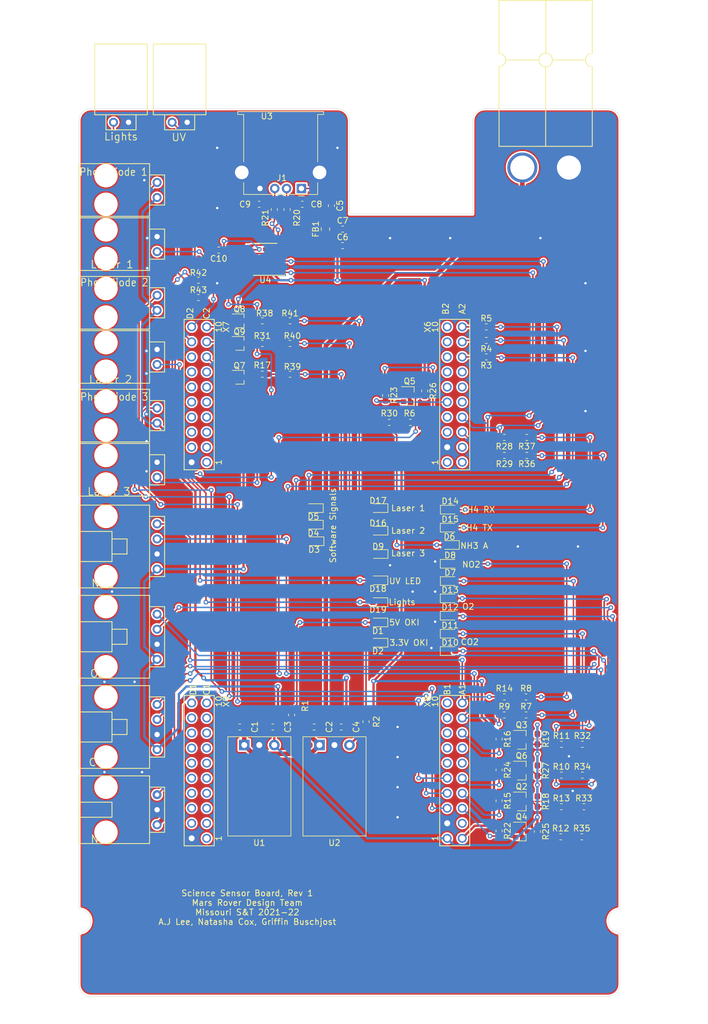
<source format=kicad_pcb>
(kicad_pcb (version 20171130) (host pcbnew "(5.1.6)-1")
  (layers (0 F.Cu signal) (31 B.Cu signal) (34 B.Paste user) (35 F.Paste user) (36 B.SilkS user) (37 F.SilkS user) (38 B.Mask user) (39 F.Mask user) (44 Edge.Cuts user))
  (net 0 "")
  (net 1 +12V)
  (net 2 GND)
  (net 3 +5V)
  (net 4 +3V3)
  (net 5 "Net-(C5-Pad2)")
  (net 6 "Net-(C10-Pad1)")
  (net 7 CO2_TX)
  (net 8 CO2_RX)
  (net 9 O2_RX)
  (net 10 O2_TX)
  (net 11 "Net-(D1-Pad2)")
  (net 12 "Net-(D2-Pad2)")
  (net 13 "Net-(D3-Pad2)")
  (net 14 "Net-(D4-Pad2)")
  (net 15 "Net-(D5-Pad2)")
  (net 16 "Net-(D6-Pad2)")
  (net 17 "Net-(D7-Pad2)")
  (net 18 "Net-(D8-Pad2)")
  (net 19 "Net-(D9-Pad2)")
  (net 20 "Net-(D10-Pad2)")
  (net 21 "Net-(D11-Pad2)")
  (net 22 "Net-(D12-Pad2)")
  (net 23 "Net-(D13-Pad2)")
  (net 24 "Net-(D14-Pad2)")
  (net 25 "Net-(D15-Pad2)")
  (net 26 TIVA_O2_TX)
  (net 27 TIVA_CO2_TX)
  (net 28 TIVA_O2_RX)
  (net 29 TIVA_CO2_RX)
  (net 30 "Net-(R30-Pad1)")
  (net 31 "Net-(R10-Pad2)")
  (net 32 "Net-(R11-Pad2)")
  (net 33 "Net-(R12-Pad2)")
  (net 34 "Net-(R13-Pad2)")
  (net 35 "Net-(R28-Pad1)")
  (net 36 CH4_RX)
  (net 37 CH4_TX)
  (net 38 "Net-(R29-Pad1)")
  (net 39 "Net-(U3-PadPE4)")
  (net 40 "Net-(U3-PadPP5)")
  (net 41 "Net-(U3-PadPM4)")
  (net 42 "Net-(U3-PadPD3)")
  (net 43 "Net-(U3-PadPM7)")
  (net 44 "Net-(U3-PadPM5)")
  (net 45 "Net-(U3-PadPA6)")
  (net 46 "Net-(U3-PadPD7)")
  (net 47 "Net-(U3-PadPE5)")
  (net 48 "Net-(U3-PadPE3)")
  (net 49 "Net-(U3-PadPB4)")
  (net 50 "Net-(U3-PadPK5)")
  (net 51 "Net-(U3-PadPD5)")
  (net 52 "Net-(U3-PadRese')")
  (net 53 "Net-(U3-PadPK2)")
  (net 54 "Net-(U3-PadPA5)")
  (net 55 "Net-(U3-PadPK3)")
  (net 56 "Net-(U3-PadPB5)")
  (net 57 "Net-(U3-PadPQ0)")
  (net 58 "Net-(U3-PadPH0)")
  (net 59 "Net-(U3-PadPD2)")
  (net 60 "Net-(U3-PadPA7)")
  (net 61 "Net-(U3-PadPQ3)")
  (net 62 "Net-(U3-PadPA4)")
  (net 63 "Net-(U3-PadPP3)")
  (net 64 "Net-(U3-PadPM2)")
  (net 65 "Net-(U3-PadPM1)")
  (net 66 "Net-(U3-PadPK4)")
  (net 67 "Net-(U3-PadPQ2)")
  (net 68 "Net-(U3-PadPM0)")
  (net 69 "Net-(U3-PadPG1)")
  (net 70 "Net-(U3-PadPD4)")
  (net 71 "Net-(U3-PadPL0)")
  (net 72 "Net-(U3-PadPF1)")
  (net 73 "Net-(U3-PadPG0)")
  (net 74 "Net-(U3-PadPF3)")
  (net 75 "Net-(U3-PadPF2)")
  (net 76 "Net-(U3-PadPL5)")
  (net 77 "Net-(U3-PadPL4)")
  (net 78 "Net-(U3-PadPH2)")
  (net 79 "Net-(U3-PadPD0)")
  (net 80 "Net-(U3-PadPN2)")
  (net 81 "Net-(U3-PadPL2)")
  (net 82 "Net-(U3-PadPD1)")
  (net 83 "Net-(U3-PadPL3)")
  (net 84 "Net-(U3-PadPN3)")
  (net 85 "Net-(U3-PadPH3)")
  (net 86 "Net-(U3-PadPP2)")
  (net 87 "Net-(U3-PadPL1)")
  (net 88 "Net-(U3-PadPM3)")
  (net 89 "Net-(U3-PadRese)")
  (net 90 "Net-(U4-Pad2)")
  (net 91 "Net-(U4-Pad6)")
  (net 92 "Net-(U4-Pad7)")
  (net 93 "Net-(U4-Pad14)")
  (net 94 "Net-(U4-Pad15)")
  (net 95 "Net-(U4-Pad16)")
  (net 96 /Sheet615E4949/D1-)
  (net 97 /Sheet615E4949/D1+)
  (net 98 /Sheet615E4949/D2-)
  (net 99 /Sheet615E4949/D2+)
  (net 100 NH3_A)
  (net 101 NO2_SCL)
  (net 102 NO2_SDA)
  (net 103 "Net-(Conn7-Pad1)")
  (net 104 Photodiode2)
  (net 105 "Net-(Conn9-Pad1)")
  (net 106 Photodiode3)
  (net 107 "Net-(Conn11-Pad1)")
  (net 108 Photodiode1)
  (net 109 Lights)
  (net 110 UVLED)
  (net 111 "Net-(D16-Pad2)")
  (net 112 "Net-(D17-Pad2)")
  (net 113 "Net-(D18-Pad2)")
  (net 114 "Net-(D19-Pad2)")
  (net 115 TIVA_NH3_A)
  (net 116 Laser3)
  (net 117 Laser1)
  (net 118 Laser2)
  (net 119 "Net-(R7-Pad1)")
  (net 120 "Net-(R14-Pad2)")
  (net 121 "Net-(R17-Pad2)")
  (net 122 "Net-(R31-Pad2)")
  (net 123 "Net-(R38-Pad2)")
  (net 124 "Net-(U3-PadPK1)")
  (net 125 "Net-(R3-Pad2)")
  (net 126 "Net-(R4-Pad2)")
  (net 127 "Net-(R5-Pad1)")
  (module MRDT_Shields:TM4C129E_Launchpad_FULL_Vertical (layer F.Cu) (at 23.622 16.256)
    (fp_text reference U3 (at 31.75 1.27) (layer F.SilkS))
    (fp_text value TM4C129E_Launchpad)
    (fp_text user X8 (at 58.928 100.076 270) (layer F.SilkS))
    (fp_text user 1 (at 60.198 59.69 270) (layer F.SilkS))
    (fp_text user 10 (at 60.198 36.83 270) (layer F.SilkS))
    (fp_text user 10 (at 23.622 36.83 270) (layer F.SilkS))
    (fp_text user 1 (at 60.198 123.19 270) (layer F.SilkS))
    (fp_text user 1 (at 23.622 123.19 270) (layer F.SilkS))
    (fp_text user 10 (at 23.622 100.076 270) (layer F.SilkS))
    (fp_text user 1 (at 23.622 59.69 270) (layer F.SilkS))
    (fp_text user X9 (at 24.892 100.076 270) (layer F.SilkS))
    (fp_text user A2 (at 64.77 33.782 270) (layer F.SilkS))
    (fp_text user B2 (at 61.976 33.782 270) (layer F.SilkS))
    (fp_text user B1 (at 62.23 98.044 270) (layer F.SilkS))
    (fp_text user A1 (at 64.77 98.044 270) (layer F.SilkS))
    (fp_text user D2 (at 18.796 34.544 90) (layer F.SilkS))
    (fp_text user C2 (at 21.59 34.544 270) (layer F.SilkS))
    (fp_text user D1 (at 19.304 98.044 270) (layer F.SilkS))
    (fp_text user 10 (at 60.198 100.076 270) (layer F.SilkS))
    (fp_text user C1 (at 21.59 98.044 270) (layer F.SilkS))
    (fp_text user X6 (at 58.928 36.83 90) (layer F.SilkS))
    (fp_text user X7 (at 24.892 36.83 270) (layer F.SilkS))
    (pad PE4 thru_hole circle (at 64.77 120.65 270) (size 1.52 1.52) (drill 1) (layers *.Cu *.Mask F.Paste) (net 39 "Net-(U3-PadPE4)"))
    (pad PE1 thru_hole circle (at 62.23 115.57 270) (size 1.52 1.52) (drill 1) (layers *.Cu *.Mask F.Paste) (net 104 Photodiode2))
    (pad PP5 thru_hole circle (at 19.05 54.61 270) (size 1.52 1.52) (drill 1) (layers *.Cu *.Mask F.Paste) (net 40 "Net-(U3-PadPP5)"))
    (pad PC7 thru_hole circle (at 64.77 105.41 270) (size 1.52 1.52) (drill 1) (layers *.Cu *.Mask F.Paste) (net 27 TIVA_CO2_TX))
    (pad PM4 thru_hole circle (at 62.23 102.87 270) (size 1.52 1.52) (drill 1) (layers *.Cu *.Mask F.Paste) (net 41 "Net-(U3-PadPM4)"))
    (pad PD3 thru_hole circle (at 64.77 107.95 270) (size 1.52 1.52) (drill 1) (layers *.Cu *.Mask F.Paste) (net 42 "Net-(U3-PadPD3)"))
    (pad PC6 thru_hole circle (at 64.77 113.03 270) (size 1.52 1.52) (drill 1) (layers *.Cu *.Mask F.Paste) (net 29 TIVA_CO2_RX))
    (pad PC4 thru_hole circle (at 64.77 118.11 270) (size 1.52 1.52) (drill 1) (layers *.Cu *.Mask F.Paste) (net 28 TIVA_O2_RX))
    (pad PM7 thru_hole circle (at 19.05 57.15 270) (size 1.52 1.52) (drill 1) (layers *.Cu *.Mask F.Paste) (net 43 "Net-(U3-PadPM7)"))
    (pad +5V thru_hole circle (at 62.23 123.19 270) (size 1.52 1.52) (drill 1) (layers *.Cu *.Mask F.Paste) (net 3 +5V))
    (pad PC5 thru_hole circle (at 64.77 115.57 270) (size 1.52 1.52) (drill 1) (layers *.Cu *.Mask F.Paste) (net 26 TIVA_O2_TX))
    (pad +3V3 thru_hole circle (at 64.77 123.19 270) (size 1.52 1.52) (drill 1) (layers *.Cu *.Mask F.Paste) (net 4 +3V3))
    (pad PM5 thru_hole circle (at 62.23 100.33 270) (size 1.52 1.52) (drill 1) (layers *.Cu *.Mask F.Paste) (net 44 "Net-(U3-PadPM5)"))
    (pad GND thru_hole circle (at 19.05 59.69 270) (size 1.52 1.52) (drill 1) (layers *.Cu *.Mask F.Paste) (net 2 GND))
    (pad PA6 thru_hole circle (at 62.23 105.41 270) (size 1.52 1.52) (drill 1) (layers *.Cu *.Mask F.Paste) (net 45 "Net-(U3-PadPA6)"))
    (pad PD7 thru_hole circle (at 62.23 107.95 270) (size 1.52 1.52) (drill 1) (layers *.Cu *.Mask F.Paste) (net 46 "Net-(U3-PadPD7)"))
    (pad PE0 thru_hole circle (at 62.23 118.11 270) (size 1.52 1.52) (drill 1) (layers *.Cu *.Mask F.Paste) (net 108 Photodiode1))
    (pad PE5 thru_hole circle (at 64.77 110.49 270) (size 1.52 1.52) (drill 1) (layers *.Cu *.Mask F.Paste) (net 47 "Net-(U3-PadPE5)"))
    (pad PE2 thru_hole circle (at 62.23 113.03 270) (size 1.52 1.52) (drill 1) (layers *.Cu *.Mask F.Paste) (net 106 Photodiode3))
    (pad PK7 thru_hole circle (at 21.59 36.83 270) (size 1.52 1.52) (drill 1) (layers *.Cu *.Mask F.Paste) (net 117 Laser1))
    (pad GND thru_hole circle (at 62.23 120.65 270) (size 1.52 1.52) (drill 1) (layers *.Cu *.Mask F.Paste) (net 2 GND))
    (pad PB3 thru_hole circle (at 64.77 100.33 270) (size 1.52 1.52) (drill 1) (layers *.Cu *.Mask F.Paste) (net 102 NO2_SDA))
    (pad PB2 thru_hole circle (at 64.77 102.87 270) (size 1.52 1.52) (drill 1) (layers *.Cu *.Mask F.Paste) (net 101 NO2_SCL))
    (pad PE3 thru_hole circle (at 62.23 110.49 270) (size 1.52 1.52) (drill 1) (layers *.Cu *.Mask F.Paste) (net 48 "Net-(U3-PadPE3)"))
    (pad PB4 thru_hole circle (at 62.23 54.61 270) (size 1.52 1.52) (drill 1) (layers *.Cu *.Mask F.Paste) (net 49 "Net-(U3-PadPB4)"))
    (pad PK0 thru_hole circle (at 62.23 49.53 270) (size 1.52 1.52) (drill 1) (layers *.Cu *.Mask F.Paste) (net 115 TIVA_NH3_A))
    (pad PQ1 thru_hole circle (at 19.05 39.37 270) (size 1.52 1.52) (drill 1) (layers *.Cu *.Mask F.Paste) (net 109 Lights))
    (pad PK5 thru_hole circle (at 21.59 54.61 270) (size 1.52 1.52) (drill 1) (layers *.Cu *.Mask F.Paste) (net 50 "Net-(U3-PadPK5)"))
    (pad PN4 thru_hole circle (at 64.77 36.83 270) (size 1.52 1.52) (drill 1) (layers *.Cu *.Mask F.Paste) (net 127 "Net-(R5-Pad1)"))
    (pad PD5 thru_hole circle (at 64.77 46.99 270) (size 1.52 1.52) (drill 1) (layers *.Cu *.Mask F.Paste) (net 51 "Net-(U3-PadPD5)"))
    (pad PP0 thru_hole circle (at 64.77 54.61 270) (size 1.52 1.52) (drill 1) (layers *.Cu *.Mask F.Paste) (net 37 CH4_TX))
    (pad GND thru_hole circle (at 62.23 57.15 270) (size 1.52 1.52) (drill 1) (layers *.Cu *.Mask F.Paste) (net 2 GND))
    (pad Rese' thru_hole circle (at 19.05 49.53 270) (size 1.52 1.52) (drill 1) (layers *.Cu *.Mask F.Paste) (net 52 "Net-(U3-PadRese')"))
    (pad PK2 thru_hole circle (at 62.23 44.45 270) (size 1.52 1.52) (drill 1) (layers *.Cu *.Mask F.Paste) (net 53 "Net-(U3-PadPK2)"))
    (pad PA5 thru_hole circle (at 62.23 36.83 270) (size 1.52 1.52) (drill 1) (layers *.Cu *.Mask F.Paste) (net 54 "Net-(U3-PadPA5)"))
    (pad PK3 thru_hole circle (at 62.23 41.91 270) (size 1.52 1.52) (drill 1) (layers *.Cu *.Mask F.Paste) (net 55 "Net-(U3-PadPK3)"))
    (pad PK1 thru_hole circle (at 62.23 46.99 270) (size 1.52 1.52) (drill 1) (layers *.Cu *.Mask F.Paste) (net 124 "Net-(U3-PadPK1)"))
    (pad PN5 thru_hole circle (at 64.77 39.37 270) (size 1.52 1.52) (drill 1) (layers *.Cu *.Mask F.Paste) (net 126 "Net-(R4-Pad2)"))
    (pad PM6 thru_hole circle (at 19.05 36.83 270) (size 1.52 1.52) (drill 1) (layers *.Cu *.Mask F.Paste) (net 110 UVLED))
    (pad PK6 thru_hole circle (at 21.59 39.37 270) (size 1.52 1.52) (drill 1) (layers *.Cu *.Mask F.Paste) (net 118 Laser2))
    (pad PH1 thru_hole circle (at 21.59 41.91 270) (size 1.52 1.52) (drill 1) (layers *.Cu *.Mask F.Paste) (net 116 Laser3))
    (pad PB5 thru_hole circle (at 62.23 52.07 270) (size 1.52 1.52) (drill 1) (layers *.Cu *.Mask F.Paste) (net 56 "Net-(U3-PadPB5)"))
    (pad PQ0 thru_hole circle (at 64.77 44.45 270) (size 1.52 1.52) (drill 1) (layers *.Cu *.Mask F.Paste) (net 57 "Net-(U3-PadPQ0)"))
    (pad PH0 thru_hole circle (at 21.59 44.45 270) (size 1.52 1.52) (drill 1) (layers *.Cu *.Mask F.Paste) (net 58 "Net-(U3-PadPH0)"))
    (pad PD2 thru_hole circle (at 64.77 57.15 270) (size 1.52 1.52) (drill 1) (layers *.Cu *.Mask F.Paste) (net 59 "Net-(U3-PadPD2)"))
    (pad PA7 thru_hole circle (at 19.05 52.07 270) (size 1.52 1.52) (drill 1) (layers *.Cu *.Mask F.Paste) (net 60 "Net-(U3-PadPA7)"))
    (pad PQ3 thru_hole circle (at 19.05 44.45 270) (size 1.52 1.52) (drill 1) (layers *.Cu *.Mask F.Paste) (net 61 "Net-(U3-PadPQ3)"))
    (pad PA4 thru_hole circle (at 62.23 39.37 270) (size 1.52 1.52) (drill 1) (layers *.Cu *.Mask F.Paste) (net 62 "Net-(U3-PadPA4)"))
    (pad PP3 thru_hole circle (at 19.05 41.91 270) (size 1.52 1.52) (drill 1) (layers *.Cu *.Mask F.Paste) (net 63 "Net-(U3-PadPP3)"))
    (pad PM2 thru_hole circle (at 21.59 46.99 270) (size 1.52 1.52) (drill 1) (layers *.Cu *.Mask F.Paste) (net 64 "Net-(U3-PadPM2)"))
    (pad PM1 thru_hole circle (at 21.59 49.53 270) (size 1.52 1.52) (drill 1) (layers *.Cu *.Mask F.Paste) (net 65 "Net-(U3-PadPM1)"))
    (pad PK4 thru_hole circle (at 21.59 57.15 270) (size 1.52 1.52) (drill 1) (layers *.Cu *.Mask F.Paste) (net 66 "Net-(U3-PadPK4)"))
    (pad PP1 thru_hole circle (at 64.77 52.07 270) (size 1.52 1.52) (drill 1) (layers *.Cu *.Mask F.Paste) (net 36 CH4_RX))
    (pad +5V` thru_hole circle (at 62.23 59.69 270) (size 1.52 1.52) (drill 1) (layers *.Cu *.Mask F.Paste))
    (pad +3V3` thru_hole circle (at 64.77 59.69 270) (size 1.52 1.52) (drill 1) (layers *.Cu *.Mask F.Paste))
    (pad PQ2 thru_hole circle (at 19.05 46.99 270) (size 1.52 1.52) (drill 1) (layers *.Cu *.Mask F.Paste) (net 67 "Net-(U3-PadPQ2)"))
    (pad PM0 thru_hole circle (at 21.59 52.07 270) (size 1.52 1.52) (drill 1) (layers *.Cu *.Mask F.Paste) (net 68 "Net-(U3-PadPM0)"))
    (pad PP4 thru_hole circle (at 64.77 41.91 270) (size 1.52 1.52) (drill 1) (layers *.Cu *.Mask F.Paste) (net 125 "Net-(R3-Pad2)"))
    (pad PG1 thru_hole circle (at 21.59 59.69 270) (size 1.52 1.52) (drill 1) (layers *.Cu *.Mask F.Paste) (net 69 "Net-(U3-PadPG1)"))
    (pad PD4 thru_hole circle (at 64.77 49.53 270) (size 1.52 1.52) (drill 1) (layers *.Cu *.Mask F.Paste) (net 70 "Net-(U3-PadPD4)"))
    (pad PL0 thru_hole circle (at 21.59 107.95 270) (size 1.52 1.52) (drill 1) (layers *.Cu *.Mask F.Paste) (net 71 "Net-(U3-PadPL0)"))
    (pad PF1 thru_hole circle (at 21.59 123.19 270) (size 1.52 1.52) (drill 1) (layers *.Cu *.Mask F.Paste) (net 72 "Net-(U3-PadPF1)"))
    (pad PG0 thru_hole circle (at 21.59 115.57 270) (size 1.52 1.52) (drill 1) (layers *.Cu *.Mask F.Paste) (net 73 "Net-(U3-PadPG0)"))
    (pad PF3 thru_hole circle (at 21.59 118.11 270) (size 1.52 1.52) (drill 1) (layers *.Cu *.Mask F.Paste) (net 74 "Net-(U3-PadPF3)"))
    (pad PF2 thru_hole circle (at 21.59 120.65 270) (size 1.52 1.52) (drill 1) (layers *.Cu *.Mask F.Paste) (net 75 "Net-(U3-PadPF2)"))
    (pad PL5 thru_hole circle (at 21.59 110.49 270) (size 1.52 1.52) (drill 1) (layers *.Cu *.Mask F.Paste) (net 76 "Net-(U3-PadPL5)"))
    (pad PL4 thru_hole circle (at 21.59 113.03 270) (size 1.52 1.52) (drill 1) (layers *.Cu *.Mask F.Paste) (net 77 "Net-(U3-PadPL4)"))
    (pad PH2 thru_hole circle (at 19.05 118.11 270) (size 1.52 1.52) (drill 1) (layers *.Cu *.Mask F.Paste) (net 78 "Net-(U3-PadPH2)"))
    (pad PD0 thru_hole circle (at 19.05 107.95 270) (size 1.52 1.52) (drill 1) (layers *.Cu *.Mask F.Paste) (net 79 "Net-(U3-PadPD0)"))
    (pad PN2 thru_hole circle (at 19.05 105.41 270) (size 1.52 1.52) (drill 1) (layers *.Cu *.Mask F.Paste) (net 80 "Net-(U3-PadPN2)"))
    (pad PL2 thru_hole circle (at 21.59 102.87 270) (size 1.52 1.52) (drill 1) (layers *.Cu *.Mask F.Paste) (net 81 "Net-(U3-PadPL2)"))
    (pad PD1 thru_hole circle (at 19.05 110.49 270) (size 1.52 1.52) (drill 1) (layers *.Cu *.Mask F.Paste) (net 82 "Net-(U3-PadPD1)"))
    (pad PL3 thru_hole circle (at 21.59 100.33 270) (size 1.52 1.52) (drill 1) (layers *.Cu *.Mask F.Paste) (net 83 "Net-(U3-PadPL3)"))
    (pad PN3 thru_hole circle (at 19.05 102.87 270) (size 1.52 1.52) (drill 1) (layers *.Cu *.Mask F.Paste) (net 84 "Net-(U3-PadPN3)"))
    (pad PH3 thru_hole circle (at 19.05 115.57 270) (size 1.52 1.52) (drill 1) (layers *.Cu *.Mask F.Paste) (net 85 "Net-(U3-PadPH3)"))
    (pad PP2 thru_hole circle (at 19.05 100.33 270) (size 1.52 1.52) (drill 1) (layers *.Cu *.Mask F.Paste) (net 86 "Net-(U3-PadPP2)"))
    (pad GND thru_hole circle (at 19.05 123.19 270) (size 1.52 1.52) (drill 1) (layers *.Cu *.Mask F.Paste) (net 2 GND))
    (pad PL1 thru_hole circle (at 21.59 105.41 270) (size 1.52 1.52) (drill 1) (layers *.Cu *.Mask F.Paste) (net 87 "Net-(U3-PadPL1)"))
    (pad PM3 thru_hole circle (at 19.05 120.65 270) (size 1.52 1.52) (drill 1) (layers *.Cu *.Mask F.Paste) (net 88 "Net-(U3-PadPM3)"))
    (pad Rese thru_hole circle (at 19.05 113.03 270) (size 1.52 1.52) (drill 1) (layers *.Cu *.Mask F.Paste) (net 89 "Net-(U3-PadRese)"))
  )
  (module MRDT_Connectors:Anderson_2_Horizontal_Side_by_Side (layer F.Cu) (at 106.426 26.162 270)
    (fp_text reference Conn1 hide)
    (fp_text value AndersonPP)
    (pad 1 thru_hole circle (at 0.0254 0 270) (size 5.08 5.08) (drill 4.06) (layers *.Cu *.Mask F.Paste) (net 2 GND))
    (pad 2 thru_hole circle (at 0.0254 7.874 270) (size 5.08 5.08) (drill 4.06) (layers *.Cu *.Mask F.Paste) (net 1 +12V))
  )
  (module Capacitor_SMD:C_0603_1608Metric (layer F.Cu) (at 54.0765 32.385 180)
    (fp_text reference C9 (at 2.3875 0) (layer F.SilkS))
    (fp_text value 47pF)
    (pad 2 smd roundrect (at 0.7875 0 180) (size 0.875 0.95) (layers F.Cu F.Paste F.Mask) (net 2 GND))
    (pad 1 smd roundrect (at -0.7875 0 180) (size 0.875 0.95) (layers F.Cu F.Paste F.Mask) (net 97 /Sheet615E4949/D1+))
  )
  (module Capacitor_SMD:C_0603_1608Metric (layer F.Cu) (at 61.3665 32.385)
    (fp_text reference C8 (at 2.3875 0) (layer F.SilkS))
    (fp_text value 47pF)
    (pad 2 smd roundrect (at 0.7875 0) (size 0.875 0.95) (layers F.Cu F.Paste F.Mask) (net 2 GND))
    (pad 1 smd roundrect (at -0.7875 0) (size 0.875 0.95) (layers F.Cu F.Paste F.Mask) (net 96 /Sheet615E4949/D1-))
  )
  (module Capacitor_SMD:C_0603_1608Metric_Pad1.05x0.95mm_HandSolder (layer F.Cu) (at 50.8 120.65)
    (fp_text reference C1 (at 2.54 0 270) (layer F.SilkS))
    (fp_text value 10uf)
    (pad 1 smd roundrect (at -0.875 0) (size 1.05 0.95) (layers F.Cu F.Paste F.Mask) (net 1 +12V))
    (pad 2 smd roundrect (at 0.875 0) (size 1.05 0.95) (layers F.Cu F.Paste F.Mask) (net 2 GND))
  )
  (module Capacitor_SMD:C_0603_1608Metric_Pad1.05x0.95mm_HandSolder (layer F.Cu) (at 63.373 120.65)
    (fp_text reference C2 (at 2.54 0 90) (layer F.SilkS))
    (fp_text value 10uf)
    (pad 2 smd roundrect (at 0.875 0) (size 1.05 0.95) (layers F.Cu F.Paste F.Mask) (net 2 GND))
    (pad 1 smd roundrect (at -0.875 0) (size 1.05 0.95) (layers F.Cu F.Paste F.Mask) (net 1 +12V))
  )
  (module Capacitor_SMD:C_0603_1608Metric_Pad1.05x0.95mm_HandSolder (layer F.Cu) (at 56.388 120.65 180)
    (fp_text reference C3 (at -2.54 0 270) (layer F.SilkS))
    (fp_text value 10uf)
    (pad 2 smd roundrect (at 0.875 0 180) (size 1.05 0.95) (layers F.Cu F.Paste F.Mask) (net 2 GND))
    (pad 1 smd roundrect (at -0.875 0 180) (size 1.05 0.95) (layers F.Cu F.Paste F.Mask) (net 3 +5V))
  )
  (module Capacitor_SMD:C_0603_1608Metric_Pad1.05x0.95mm_HandSolder (layer F.Cu) (at 67.945 120.65 180)
    (fp_text reference C4 (at -2.54 0 90) (layer F.SilkS))
    (fp_text value 10uf)
    (pad 1 smd roundrect (at -0.875 0 180) (size 1.05 0.95) (layers F.Cu F.Paste F.Mask) (net 4 +3V3))
    (pad 2 smd roundrect (at 0.875 0 180) (size 1.05 0.95) (layers F.Cu F.Paste F.Mask) (net 2 GND))
  )
  (module Capacitor_SMD:C_0603_1608Metric_Pad1.05x0.95mm_HandSolder (layer F.Cu) (at 66.294 32.625 270)
    (fp_text reference C5 (at 0 -1.43 90) (layer F.SilkS))
    (fp_text value 10nF)
    (pad 1 smd roundrect (at -0.875 0 270) (size 1.05 0.95) (layers F.Cu F.Paste F.Mask) (net 2 GND))
    (pad 2 smd roundrect (at 0.875 0 270) (size 1.05 0.95) (layers F.Cu F.Paste F.Mask) (net 5 "Net-(C5-Pad2)"))
  )
  (module Capacitor_SMD:C_0603_1608Metric_Pad1.05x0.95mm_HandSolder (layer F.Cu) (at 68.185 39.37)
    (fp_text reference C6 (at 0 -1.43) (layer F.SilkS))
    (fp_text value 100nF)
    (pad 1 smd roundrect (at -0.875 0) (size 1.05 0.95) (layers F.Cu F.Paste F.Mask) (net 3 +5V))
    (pad 2 smd roundrect (at 0.875 0) (size 1.05 0.95) (layers F.Cu F.Paste F.Mask) (net 2 GND))
  )
  (module Capacitor_SMD:C_0603_1608Metric_Pad1.05x0.95mm_HandSolder (layer F.Cu) (at 68.185 36.576)
    (fp_text reference C7 (at 0 -1.43) (layer F.SilkS))
    (fp_text value "4.7 uF")
    (pad 2 smd roundrect (at 0.875 0) (size 1.05 0.95) (layers F.Cu F.Paste F.Mask) (net 2 GND))
    (pad 1 smd roundrect (at -0.875 0) (size 1.05 0.95) (layers F.Cu F.Paste F.Mask) (net 3 +5V))
  )
  (module Capacitor_SMD:C_0603_1608Metric_Pad1.05x0.95mm_HandSolder (layer F.Cu) (at 47.244 40.132 180)
    (fp_text reference C10 (at 0 -1.43) (layer F.SilkS))
    (fp_text value 100nF)
    (pad 2 smd roundrect (at 0.875 0 180) (size 1.05 0.95) (layers F.Cu F.Paste F.Mask) (net 2 GND))
    (pad 1 smd roundrect (at -0.875 0 180) (size 1.05 0.95) (layers F.Cu F.Paste F.Mask) (net 6 "Net-(C10-Pad1)"))
  )
  (module MRDT_Connectors:MOLEX_SL_04_Horizontal (layer F.Cu) (at 36.83 93.98 90)
    (fp_text reference Conn3 hide)
    (fp_text value Molex_SL_04)
    (pad 1 thru_hole circle (at 0 0 90) (size 1.524 1.524) (drill 0.9) (layers *.Cu *.Mask) (net 3 +5V))
    (pad 2 thru_hole circle (at 2.54 0 90) (size 1.524 1.524) (drill 0.9) (layers *.Cu *.Mask) (net 2 GND))
    (pad 3 thru_hole circle (at 5.08 0 90) (size 1.524 1.524) (drill 0.9) (layers *.Cu *.Mask) (net 101 NO2_SCL))
    (pad 4 thru_hole circle (at 7.62 0 90) (size 1.524 1.524) (drill 0.9) (layers *.Cu *.Mask) (net 102 NO2_SDA))
    (pad "" np_thru_hole circle (at -1.27 -8.636 90) (size 3.45 3.45) (drill 3.45) (layers *.Cu *.Mask))
    (pad "" np_thru_hole circle (at 8.89 -8.636 90) (size 3.45 3.45) (drill 3.45) (layers *.Cu *.Mask))
  )
  (module MRDT_Connectors:MOLEX_SL_04_Horizontal (layer F.Cu) (at 36.83 124.46 90)
    (fp_text reference Conn4 hide)
    (fp_text value Molex_SL_04)
    (pad 1 thru_hole circle (at 0 0 90) (size 1.524 1.524) (drill 0.9) (layers *.Cu *.Mask) (net 3 +5V))
    (pad 2 thru_hole circle (at 2.54 0 90) (size 1.524 1.524) (drill 0.9) (layers *.Cu *.Mask) (net 2 GND))
    (pad 3 thru_hole circle (at 5.08 0 90) (size 1.524 1.524) (drill 0.9) (layers *.Cu *.Mask) (net 7 CO2_TX))
    (pad 4 thru_hole circle (at 7.62 0 90) (size 1.524 1.524) (drill 0.9) (layers *.Cu *.Mask) (net 8 CO2_RX))
    (pad "" np_thru_hole circle (at -1.27 -8.636 90) (size 3.45 3.45) (drill 3.45) (layers *.Cu *.Mask))
    (pad "" np_thru_hole circle (at 8.89 -8.636 90) (size 3.45 3.45) (drill 3.45) (layers *.Cu *.Mask))
  )
  (module MRDT_Connectors:MOLEX_SL_04_Horizontal (layer F.Cu) (at 36.83 109.22 90)
    (fp_text reference Conn5 hide)
    (fp_text value Molex_SL_04)
    (pad "" np_thru_hole circle (at 8.89 -8.636 90) (size 3.45 3.45) (drill 3.45) (layers *.Cu *.Mask))
    (pad "" np_thru_hole circle (at -1.27 -8.636 90) (size 3.45 3.45) (drill 3.45) (layers *.Cu *.Mask))
    (pad 4 thru_hole circle (at 7.62 0 90) (size 1.524 1.524) (drill 0.9) (layers *.Cu *.Mask) (net 9 O2_RX))
    (pad 3 thru_hole circle (at 5.08 0 90) (size 1.524 1.524) (drill 0.9) (layers *.Cu *.Mask) (net 10 O2_TX))
    (pad 2 thru_hole circle (at 2.54 0 90) (size 1.524 1.524) (drill 0.9) (layers *.Cu *.Mask) (net 2 GND))
    (pad 1 thru_hole circle (at 0 0 90) (size 1.524 1.524) (drill 0.9) (layers *.Cu *.Mask) (net 3 +5V))
  )
  (module LED_SMD:LED_0603_1608Metric_Pad1.05x0.95mm_HandSolder (layer F.Cu) (at 74.154 102.997 180)
    (fp_text reference D1 (at 0 -1.43) (layer F.SilkS))
    (fp_text value Green)
    (pad 2 smd roundrect (at 0.875 0 180) (size 1.05 0.95) (layers F.Cu F.Paste F.Mask) (net 11 "Net-(D1-Pad2)"))
    (pad 1 smd roundrect (at -0.875 0 180) (size 1.05 0.95) (layers F.Cu F.Paste F.Mask) (net 2 GND))
  )
  (module LED_SMD:LED_0603_1608Metric_Pad1.05x0.95mm_HandSolder (layer F.Cu) (at 74.154 106.426 180)
    (fp_text reference D2 (at 0 -1.43) (layer F.SilkS))
    (fp_text value Green)
    (pad 1 smd roundrect (at -0.875 0 180) (size 1.05 0.95) (layers F.Cu F.Paste F.Mask) (net 2 GND))
    (pad 2 smd roundrect (at 0.875 0 180) (size 1.05 0.95) (layers F.Cu F.Paste F.Mask) (net 12 "Net-(D2-Pad2)"))
  )
  (module LED_SMD:LED_0603_1608Metric_Pad1.05x0.95mm_HandSolder (layer F.Cu) (at 63.359 89.281 180)
    (fp_text reference D3 (at 0 -1.43) (layer F.SilkS))
    (fp_text value Blue)
    (pad 1 smd roundrect (at -0.875 0 180) (size 1.05 0.95) (layers F.Cu F.Paste F.Mask) (net 2 GND))
    (pad 2 smd roundrect (at 0.875 0 180) (size 1.05 0.95) (layers F.Cu F.Paste F.Mask) (net 13 "Net-(D3-Pad2)"))
  )
  (module LED_SMD:LED_0603_1608Metric_Pad1.05x0.95mm_HandSolder (layer F.Cu) (at 63.246 86.487 180)
    (fp_text reference D4 (at 0 -1.43) (layer F.SilkS))
    (fp_text value Blue)
    (pad 1 smd roundrect (at -0.875 0 180) (size 1.05 0.95) (layers F.Cu F.Paste F.Mask) (net 2 GND))
    (pad 2 smd roundrect (at 0.875 0 180) (size 1.05 0.95) (layers F.Cu F.Paste F.Mask) (net 14 "Net-(D4-Pad2)"))
  )
  (module LED_SMD:LED_0603_1608Metric_Pad1.05x0.95mm_HandSolder (layer F.Cu) (at 63.246 83.693 180)
    (fp_text reference D5 (at 0 -1.43) (layer F.SilkS))
    (fp_text value Blue)
    (pad 2 smd roundrect (at 0.875 0 180) (size 1.05 0.95) (layers F.Cu F.Paste F.Mask) (net 15 "Net-(D5-Pad2)"))
    (pad 1 smd roundrect (at -0.875 0 180) (size 1.05 0.95) (layers F.Cu F.Paste F.Mask) (net 2 GND))
  )
  (module LED_SMD:LED_0603_1608Metric_Pad1.05x0.95mm_HandSolder (layer F.Cu) (at 86.233 89.916 180)
    (fp_text reference D6 (at 0 1.397) (layer F.SilkS))
    (fp_text value Blue)
    (pad 2 smd roundrect (at 0.875 0 180) (size 1.05 0.95) (layers F.Cu F.Paste F.Mask) (net 16 "Net-(D6-Pad2)"))
    (pad 1 smd roundrect (at -0.875 0 180) (size 1.05 0.95) (layers F.Cu F.Paste F.Mask) (net 2 GND))
  )
  (module LED_SMD:LED_0603_1608Metric_Pad1.05x0.95mm_HandSolder (layer F.Cu) (at 86.346 107.823)
    (fp_text reference D10 (at 0 -1.43) (layer F.SilkS))
    (fp_text value Blue)
    (pad 1 smd roundrect (at -0.875 0) (size 1.05 0.95) (layers F.Cu F.Paste F.Mask) (net 2 GND))
    (pad 2 smd roundrect (at 0.875 0) (size 1.05 0.95) (layers F.Cu F.Paste F.Mask) (net 20 "Net-(D10-Pad2)"))
  )
  (module LED_SMD:LED_0603_1608Metric_Pad1.05x0.95mm_HandSolder (layer F.Cu) (at 86.346 104.902)
    (fp_text reference D11 (at 0 -1.43) (layer F.SilkS))
    (fp_text value Blue)
    (pad 2 smd roundrect (at 0.875 0) (size 1.05 0.95) (layers F.Cu F.Paste F.Mask) (net 21 "Net-(D11-Pad2)"))
    (pad 1 smd roundrect (at -0.875 0) (size 1.05 0.95) (layers F.Cu F.Paste F.Mask) (net 2 GND))
  )
  (module LED_SMD:LED_0603_1608Metric_Pad1.05x0.95mm_HandSolder (layer F.Cu) (at 86.346 101.854)
    (fp_text reference D12 (at 0 -1.43) (layer F.SilkS))
    (fp_text value Blue)
    (pad 1 smd roundrect (at -0.875 0) (size 1.05 0.95) (layers F.Cu F.Paste F.Mask) (net 2 GND))
    (pad 2 smd roundrect (at 0.875 0) (size 1.05 0.95) (layers F.Cu F.Paste F.Mask) (net 22 "Net-(D12-Pad2)"))
  )
  (module LED_SMD:LED_0603_1608Metric_Pad1.05x0.95mm_HandSolder (layer F.Cu) (at 86.346 98.933)
    (fp_text reference D13 (at 0 -1.43) (layer F.SilkS))
    (fp_text value Blue)
    (pad 2 smd roundrect (at 0.875 0) (size 1.05 0.95) (layers F.Cu F.Paste F.Mask) (net 23 "Net-(D13-Pad2)"))
    (pad 1 smd roundrect (at -0.875 0) (size 1.05 0.95) (layers F.Cu F.Paste F.Mask) (net 2 GND))
  )
  (module LED_SMD:LED_0603_1608Metric_Pad1.05x0.95mm_HandSolder (layer F.Cu) (at 86.36 83.947)
    (fp_text reference D14 (at 0 -1.43) (layer F.SilkS))
    (fp_text value Blue)
    (pad 2 smd roundrect (at 0.875 0) (size 1.05 0.95) (layers F.Cu F.Paste F.Mask) (net 24 "Net-(D14-Pad2)"))
    (pad 1 smd roundrect (at -0.875 0) (size 1.05 0.95) (layers F.Cu F.Paste F.Mask) (net 2 GND))
  )
  (module LED_SMD:LED_0603_1608Metric_Pad1.05x0.95mm_HandSolder (layer F.Cu) (at 86.346 86.995)
    (fp_text reference D15 (at 0 -1.43) (layer F.SilkS))
    (fp_text value Blue)
    (pad 1 smd roundrect (at -0.875 0) (size 1.05 0.95) (layers F.Cu F.Paste F.Mask) (net 2 GND))
    (pad 2 smd roundrect (at 0.875 0) (size 1.05 0.95) (layers F.Cu F.Paste F.Mask) (net 25 "Net-(D15-Pad2)"))
  )
  (module Resistor_SMD:R_0805_2012Metric_Pad1.15x1.40mm_HandSolder (layer F.Cu) (at 65.278 36.576 90)
    (fp_text reference FB1 (at 0 -1.65 90) (layer F.SilkS))
    (fp_text value Ferrite_Bead)
    (pad 1 smd roundrect (at -1.025 0 90) (size 1.15 1.4) (layers F.Cu F.Paste F.Mask) (roundrect_rratio 0.217391) (net 3 +5V))
    (pad 2 smd roundrect (at 1.025 0 90) (size 1.15 1.4) (layers F.Cu F.Paste F.Mask) (roundrect_rratio 0.217391) (net 5 "Net-(C5-Pad2)"))
  )
  (module Connector_USB:USB_A_Stewart_SS-52100-001_Horizontal (layer F.Cu) (at 61.214 29.718 180)
    (fp_text reference J1 (at 3.302 1.778) (layer F.SilkS))
    (fp_text value USB_A)
    (pad 5 thru_hole circle (at 10.07 2.71 180) (size 3 3) (drill 2.3) (layers *.Cu *.Mask) (net 2 GND))
    (pad 5 thru_hole circle (at -3.07 2.71 180) (size 3 3) (drill 2.3) (layers *.Cu *.Mask) (net 2 GND))
    (pad 1 thru_hole rect (at 0 0 180) (size 1.6 1.6) (drill 0.92) (layers *.Cu *.Mask) (net 5 "Net-(C5-Pad2)"))
    (pad 2 thru_hole circle (at 2.5 0 180) (size 1.6 1.6) (drill 0.92) (layers *.Cu *.Mask) (net 96 /Sheet615E4949/D1-))
    (pad 3 thru_hole circle (at 4.5 0 180) (size 1.6 1.6) (drill 0.92) (layers *.Cu *.Mask) (net 97 /Sheet615E4949/D1+))
    (pad 4 thru_hole circle (at 7 0 180) (size 1.6 1.6) (drill 0.92) (layers *.Cu *.Mask) (net 2 GND))
  )
  (module Package_TO_SOT_SMD:SOT-23 (layer F.Cu) (at 98.425 133.223)
    (fp_text reference Q2 (at 0 -2.5) (layer F.SilkS))
    (fp_text value BSS138)
    (pad 1 smd rect (at -1 -0.95) (size 0.9 0.8) (layers F.Cu F.Paste F.Mask) (net 4 +3V3))
    (pad 2 smd rect (at -1 0.95) (size 0.9 0.8) (layers F.Cu F.Paste F.Mask) (net 26 TIVA_O2_TX))
    (pad 3 smd rect (at 1 0) (size 0.9 0.8) (layers F.Cu F.Paste F.Mask) (net 9 O2_RX))
  )
  (module Package_TO_SOT_SMD:SOT-23 (layer F.Cu) (at 98.425 122.809)
    (fp_text reference Q3 (at 0 -2.5) (layer F.SilkS))
    (fp_text value BSS138)
    (pad 3 smd rect (at 1 0) (size 0.9 0.8) (layers F.Cu F.Paste F.Mask) (net 8 CO2_RX))
    (pad 2 smd rect (at -1 0.95) (size 0.9 0.8) (layers F.Cu F.Paste F.Mask) (net 27 TIVA_CO2_TX))
    (pad 1 smd rect (at -1 -0.95) (size 0.9 0.8) (layers F.Cu F.Paste F.Mask) (net 4 +3V3))
  )
  (module Package_TO_SOT_SMD:SOT-23 (layer F.Cu) (at 98.425 138.303)
    (fp_text reference Q4 (at 0 -2.5) (layer F.SilkS))
    (fp_text value BSS138)
    (pad 3 smd rect (at 1 0) (size 0.9 0.8) (layers F.Cu F.Paste F.Mask) (net 10 O2_TX))
    (pad 2 smd rect (at -1 0.95) (size 0.9 0.8) (layers F.Cu F.Paste F.Mask) (net 28 TIVA_O2_RX))
    (pad 1 smd rect (at -1 -0.95) (size 0.9 0.8) (layers F.Cu F.Paste F.Mask) (net 4 +3V3))
  )
  (module Package_TO_SOT_SMD:SOT-23 (layer F.Cu) (at 79.502 64.77)
    (fp_text reference Q5 (at 0 -2.5) (layer F.SilkS))
    (fp_text value BSS138)
    (pad 3 smd rect (at 1 0) (size 0.9 0.8) (layers F.Cu F.Paste F.Mask) (net 100 NH3_A))
    (pad 2 smd rect (at -1 0.95) (size 0.9 0.8) (layers F.Cu F.Paste F.Mask) (net 115 TIVA_NH3_A))
    (pad 1 smd rect (at -1 -0.95) (size 0.9 0.8) (layers F.Cu F.Paste F.Mask) (net 4 +3V3))
  )
  (module Package_TO_SOT_SMD:SOT-23 (layer F.Cu) (at 98.425 128.016)
    (fp_text reference Q6 (at 0 -2.5) (layer F.SilkS))
    (fp_text value BSS138)
    (pad 1 smd rect (at -1 -0.95) (size 0.9 0.8) (layers F.Cu F.Paste F.Mask) (net 4 +3V3))
    (pad 2 smd rect (at -1 0.95) (size 0.9 0.8) (layers F.Cu F.Paste F.Mask) (net 29 TIVA_CO2_RX))
    (pad 3 smd rect (at 1 0) (size 0.9 0.8) (layers F.Cu F.Paste F.Mask) (net 7 CO2_TX))
  )
  (module Resistor_SMD:R_0603_1608Metric_Pad1.05x0.95mm_HandSolder (layer F.Cu) (at 72.136 119.761 270)
    (fp_text reference R2 (at 0 -1.778 90) (layer F.SilkS))
    (fp_text value 43)
    (pad 2 smd roundrect (at 0.875 0 270) (size 1.05 0.95) (layers F.Cu F.Paste F.Mask) (net 4 +3V3))
    (pad 1 smd roundrect (at -0.875 0 270) (size 1.05 0.95) (layers F.Cu F.Paste F.Mask) (net 12 "Net-(D2-Pad2)"))
  )
  (module Resistor_SMD:R_0603_1608Metric_Pad1.05x0.95mm_HandSolder (layer F.Cu) (at 92.456 58.166 180)
    (fp_text reference R3 (at 0 -1.43) (layer F.SilkS))
    (fp_text value 43)
    (pad 1 smd roundrect (at -0.875 0 180) (size 1.05 0.95) (layers F.Cu F.Paste F.Mask) (net 13 "Net-(D3-Pad2)"))
    (pad 2 smd roundrect (at 0.875 0 180) (size 1.05 0.95) (layers F.Cu F.Paste F.Mask) (net 125 "Net-(R3-Pad2)"))
  )
  (module Resistor_SMD:R_0603_1608Metric_Pad1.05x0.95mm_HandSolder (layer F.Cu) (at 92.456 55.372 180)
    (fp_text reference R4 (at 0 -1.43) (layer F.SilkS))
    (fp_text value 43)
    (pad 2 smd roundrect (at 0.875 0 180) (size 1.05 0.95) (layers F.Cu F.Paste F.Mask) (net 126 "Net-(R4-Pad2)"))
    (pad 1 smd roundrect (at -0.875 0 180) (size 1.05 0.95) (layers F.Cu F.Paste F.Mask) (net 14 "Net-(D4-Pad2)"))
  )
  (module Resistor_SMD:R_0603_1608Metric_Pad1.05x0.95mm_HandSolder (layer F.Cu) (at 92.456 53.086)
    (fp_text reference R5 (at 0 -1.43) (layer F.SilkS))
    (fp_text value 330)
    (pad 1 smd roundrect (at -0.875 0) (size 1.05 0.95) (layers F.Cu F.Paste F.Mask) (net 127 "Net-(R5-Pad1)"))
    (pad 2 smd roundrect (at 0.875 0) (size 1.05 0.95) (layers F.Cu F.Paste F.Mask) (net 15 "Net-(D5-Pad2)"))
  )
  (module Resistor_SMD:R_0603_1608Metric_Pad1.05x0.95mm_HandSolder (layer F.Cu) (at 79.629 69.215 180)
    (fp_text reference R6 (at 0.141 1.524) (layer F.SilkS))
    (fp_text value 240)
    (pad 1 smd roundrect (at -0.875 0 180) (size 1.05 0.95) (layers F.Cu F.Paste F.Mask) (net 100 NH3_A))
    (pad 2 smd roundrect (at 0.875 0 180) (size 1.05 0.95) (layers F.Cu F.Paste F.Mask) (net 30 "Net-(R30-Pad1)"))
  )
  (module Resistor_SMD:R_0603_1608Metric_Pad1.05x0.95mm_HandSolder (layer F.Cu) (at 105.142 128.778)
    (fp_text reference R10 (at 0 -1.43) (layer F.SilkS))
    (fp_text value 240)
    (pad 2 smd roundrect (at 0.875 0) (size 1.05 0.95) (layers F.Cu F.Paste F.Mask) (net 31 "Net-(R10-Pad2)"))
    (pad 1 smd roundrect (at -0.875 0) (size 1.05 0.95) (layers F.Cu F.Paste F.Mask) (net 7 CO2_TX))
  )
  (module Resistor_SMD:R_0603_1608Metric_Pad1.05x0.95mm_HandSolder (layer F.Cu) (at 105.17 123.571)
    (fp_text reference R11 (at 0 -1.43) (layer F.SilkS))
    (fp_text value 240)
    (pad 1 smd roundrect (at -0.875 0) (size 1.05 0.95) (layers F.Cu F.Paste F.Mask) (net 8 CO2_RX))
    (pad 2 smd roundrect (at 0.875 0) (size 1.05 0.95) (layers F.Cu F.Paste F.Mask) (net 32 "Net-(R11-Pad2)"))
  )
  (module Resistor_SMD:R_0603_1608Metric_Pad1.05x0.95mm_HandSolder (layer F.Cu) (at 105.029 139.192)
    (fp_text reference R12 (at 0 -1.43) (layer F.SilkS))
    (fp_text value 240)
    (pad 1 smd roundrect (at -0.875 0) (size 1.05 0.95) (layers F.Cu F.Paste F.Mask) (net 10 O2_TX))
    (pad 2 smd roundrect (at 0.875 0) (size 1.05 0.95) (layers F.Cu F.Paste F.Mask) (net 33 "Net-(R12-Pad2)"))
  )
  (module Resistor_SMD:R_0603_1608Metric_Pad1.05x0.95mm_HandSolder (layer F.Cu) (at 105.142 134.112)
    (fp_text reference R13 (at 0 -1.43) (layer F.SilkS))
    (fp_text value 240)
    (pad 2 smd roundrect (at 0.875 0) (size 1.05 0.95) (layers F.Cu F.Paste F.Mask) (net 34 "Net-(R13-Pad2)"))
    (pad 1 smd roundrect (at -0.875 0) (size 1.05 0.95) (layers F.Cu F.Paste F.Mask) (net 9 O2_RX))
  )
  (module Resistor_SMD:R_0603_1608Metric_Pad1.05x0.95mm_HandSolder (layer F.Cu) (at 94.615 133.11 270)
    (fp_text reference R15 (at 0 -1.43 90) (layer F.SilkS))
    (fp_text value 10K)
    (pad 1 smd roundrect (at -0.875 0 270) (size 1.05 0.95) (layers F.Cu F.Paste F.Mask) (net 4 +3V3))
    (pad 2 smd roundrect (at 0.875 0 270) (size 1.05 0.95) (layers F.Cu F.Paste F.Mask) (net 26 TIVA_O2_TX))
  )
  (module Resistor_SMD:R_0603_1608Metric_Pad1.05x0.95mm_HandSolder (layer F.Cu) (at 94.615 122.696 270)
    (fp_text reference R16 (at 0 -1.43 90) (layer F.SilkS))
    (fp_text value 10K)
    (pad 1 smd roundrect (at -0.875 0 270) (size 1.05 0.95) (layers F.Cu F.Paste F.Mask) (net 4 +3V3))
    (pad 2 smd roundrect (at 0.875 0 270) (size 1.05 0.95) (layers F.Cu F.Paste F.Mask) (net 27 TIVA_CO2_TX))
  )
  (module Resistor_SMD:R_0603_1608Metric_Pad1.05x0.95mm_HandSolder (layer F.Cu) (at 101.092 133.237 270)
    (fp_text reference R18 (at 0 -1.43 90) (layer F.SilkS))
    (fp_text value 10K)
    (pad 2 smd roundrect (at 0.875 0 270) (size 1.05 0.95) (layers F.Cu F.Paste F.Mask) (net 9 O2_RX))
    (pad 1 smd roundrect (at -0.875 0 270) (size 1.05 0.95) (layers F.Cu F.Paste F.Mask) (net 3 +5V))
  )
  (module Resistor_SMD:R_0603_1608Metric_Pad1.05x0.95mm_HandSolder (layer F.Cu) (at 101.092 122.696 270)
    (fp_text reference R19 (at 0 -1.43 90) (layer F.SilkS))
    (fp_text value 10K)
    (pad 2 smd roundrect (at 0.875 0 270) (size 1.05 0.95) (layers F.Cu F.Paste F.Mask) (net 8 CO2_RX))
    (pad 1 smd roundrect (at -0.875 0 270) (size 1.05 0.95) (layers F.Cu F.Paste F.Mask) (net 3 +5V))
  )
  (module Resistor_SMD:R_0603_1608Metric_Pad1.05x0.95mm_HandSolder (layer F.Cu) (at 58.801 33.274 90)
    (fp_text reference R20 (at -1.397 1.651 90) (layer F.SilkS))
    (fp_text value 27)
    (pad 1 smd roundrect (at -0.875 0 90) (size 1.05 0.95) (layers F.Cu F.Paste F.Mask) (net 98 /Sheet615E4949/D2-))
    (pad 2 smd roundrect (at 0.875 0 90) (size 1.05 0.95) (layers F.Cu F.Paste F.Mask) (net 96 /Sheet615E4949/D1-))
  )
  (module Resistor_SMD:R_0603_1608Metric_Pad1.05x0.95mm_HandSolder (layer F.Cu) (at 56.642 33.274 90)
    (fp_text reference R21 (at -1.397 -1.524 90) (layer F.SilkS))
    (fp_text value 27)
    (pad 1 smd roundrect (at -0.875 0 90) (size 1.05 0.95) (layers F.Cu F.Paste F.Mask) (net 99 /Sheet615E4949/D2+))
    (pad 2 smd roundrect (at 0.875 0 90) (size 1.05 0.95) (layers F.Cu F.Paste F.Mask) (net 97 /Sheet615E4949/D1+))
  )
  (module Resistor_SMD:R_0603_1608Metric_Pad1.05x0.95mm_HandSolder (layer F.Cu) (at 94.615 138.19 270)
    (fp_text reference R22 (at 0 -1.43 90) (layer F.SilkS))
    (fp_text value 10K)
    (pad 1 smd roundrect (at -0.875 0 270) (size 1.05 0.95) (layers F.Cu F.Paste F.Mask) (net 4 +3V3))
    (pad 2 smd roundrect (at 0.875 0 270) (size 1.05 0.95) (layers F.Cu F.Paste F.Mask) (net 28 TIVA_O2_RX))
  )
  (module Resistor_SMD:R_0603_1608Metric_Pad1.05x0.95mm_HandSolder (layer F.Cu) (at 75.438 64.657 270)
    (fp_text reference R23 (at 0 -1.43 90) (layer F.SilkS))
    (fp_text value 10K)
    (pad 2 smd roundrect (at 0.875 0 270) (size 1.05 0.95) (layers F.Cu F.Paste F.Mask) (net 115 TIVA_NH3_A))
    (pad 1 smd roundrect (at -0.875 0 270) (size 1.05 0.95) (layers F.Cu F.Paste F.Mask) (net 4 +3V3))
  )
  (module Resistor_SMD:R_0603_1608Metric_Pad1.05x0.95mm_HandSolder (layer F.Cu) (at 94.615 127.903 270)
    (fp_text reference R24 (at 0 -1.43 90) (layer F.SilkS))
    (fp_text value 10K)
    (pad 1 smd roundrect (at -0.875 0 270) (size 1.05 0.95) (layers F.Cu F.Paste F.Mask) (net 4 +3V3))
    (pad 2 smd roundrect (at 0.875 0 270) (size 1.05 0.95) (layers F.Cu F.Paste F.Mask) (net 29 TIVA_CO2_RX))
  )
  (module Resistor_SMD:R_0603_1608Metric_Pad1.05x0.95mm_HandSolder (layer F.Cu) (at 101.092 138.303 270)
    (fp_text reference R25 (at 0 -1.43 90) (layer F.SilkS))
    (fp_text value 10K)
    (pad 2 smd roundrect (at 0.875 0 270) (size 1.05 0.95) (layers F.Cu F.Paste F.Mask) (net 10 O2_TX))
    (pad 1 smd roundrect (at -0.875 0 270) (size 1.05 0.95) (layers F.Cu F.Paste F.Mask) (net 3 +5V))
  )
  (module Resistor_SMD:R_0603_1608Metric_Pad1.05x0.95mm_HandSolder (layer F.Cu) (at 82.042 63.895 270)
    (fp_text reference R26 (at 0 -1.43 90) (layer F.SilkS))
    (fp_text value 10K)
    (pad 1 smd roundrect (at -0.875 0 270) (size 1.05 0.95) (layers F.Cu F.Paste F.Mask) (net 3 +5V))
    (pad 2 smd roundrect (at 0.875 0 270) (size 1.05 0.95) (layers F.Cu F.Paste F.Mask) (net 100 NH3_A))
  )
  (module Resistor_SMD:R_0603_1608Metric_Pad1.05x0.95mm_HandSolder (layer F.Cu) (at 101.092 128.016 270)
    (fp_text reference R27 (at 0 -1.43 90) (layer F.SilkS))
    (fp_text value 10K)
    (pad 2 smd roundrect (at 0.875 0 270) (size 1.05 0.95) (layers F.Cu F.Paste F.Mask) (net 7 CO2_TX))
    (pad 1 smd roundrect (at -0.875 0 270) (size 1.05 0.95) (layers F.Cu F.Paste F.Mask) (net 3 +5V))
  )
  (module Resistor_SMD:R_0603_1608Metric_Pad1.05x0.95mm_HandSolder (layer F.Cu) (at 95.504 71.755 180)
    (fp_text reference R28 (at 0 -1.524) (layer F.SilkS))
    (fp_text value 240)
    (pad 2 smd roundrect (at 0.875 0 180) (size 1.05 0.95) (layers F.Cu F.Paste F.Mask) (net 36 CH4_RX))
    (pad 1 smd roundrect (at -0.875 0 180) (size 1.05 0.95) (layers F.Cu F.Paste F.Mask) (net 35 "Net-(R28-Pad1)"))
  )
  (module Resistor_SMD:R_0603_1608Metric_Pad1.05x0.95mm_HandSolder (layer F.Cu) (at 95.518 74.803 180)
    (fp_text reference R29 (at 0 -1.43) (layer F.SilkS))
    (fp_text value 240)
    (pad 1 smd roundrect (at -0.875 0 180) (size 1.05 0.95) (layers F.Cu F.Paste F.Mask) (net 38 "Net-(R29-Pad1)"))
    (pad 2 smd roundrect (at 0.875 0 180) (size 1.05 0.95) (layers F.Cu F.Paste F.Mask) (net 37 CH4_TX))
  )
  (module Resistor_SMD:R_0603_1608Metric_Pad1.05x0.95mm_HandSolder (layer F.Cu) (at 76.059 69.215 180)
    (fp_text reference R30 (at -0.014 1.524) (layer F.SilkS))
    (fp_text value 240)
    (pad 2 smd roundrect (at 0.875 0 180) (size 1.05 0.95) (layers F.Cu F.Paste F.Mask) (net 16 "Net-(D6-Pad2)"))
    (pad 1 smd roundrect (at -0.875 0 180) (size 1.05 0.95) (layers F.Cu F.Paste F.Mask) (net 30 "Net-(R30-Pad1)"))
  )
  (module Resistor_SMD:R_0603_1608Metric_Pad1.05x0.95mm_HandSolder (layer F.Cu) (at 108.698 123.571)
    (fp_text reference R32 (at 0 -1.43) (layer F.SilkS))
    (fp_text value 240)
    (pad 1 smd roundrect (at -0.875 0) (size 1.05 0.95) (layers F.Cu F.Paste F.Mask) (net 32 "Net-(R11-Pad2)"))
    (pad 2 smd roundrect (at 0.875 0) (size 1.05 0.95) (layers F.Cu F.Paste F.Mask) (net 21 "Net-(D11-Pad2)"))
  )
  (module Resistor_SMD:R_0603_1608Metric_Pad1.05x0.95mm_HandSolder (layer F.Cu) (at 108.952 134.112)
    (fp_text reference R33 (at 0 -1.43) (layer F.SilkS))
    (fp_text value 240)
    (pad 1 smd roundrect (at -0.875 0) (size 1.05 0.95) (layers F.Cu F.Paste F.Mask) (net 34 "Net-(R13-Pad2)"))
    (pad 2 smd roundrect (at 0.875 0) (size 1.05 0.95) (layers F.Cu F.Paste F.Mask) (net 23 "Net-(D13-Pad2)"))
  )
  (module Resistor_SMD:R_0603_1608Metric_Pad1.05x0.95mm_HandSolder (layer F.Cu) (at 108.698 128.778)
    (fp_text reference R34 (at 0 -1.43) (layer F.SilkS))
    (fp_text value 240)
    (pad 2 smd roundrect (at 0.875 0) (size 1.05 0.95) (layers F.Cu F.Paste F.Mask) (net 20 "Net-(D10-Pad2)"))
    (pad 1 smd roundrect (at -0.875 0) (size 1.05 0.95) (layers F.Cu F.Paste F.Mask) (net 31 "Net-(R10-Pad2)"))
  )
  (module Resistor_SMD:R_0603_1608Metric_Pad1.05x0.95mm_HandSolder (layer F.Cu) (at 108.585 139.192)
    (fp_text reference R35 (at 0 -1.43) (layer F.SilkS))
    (fp_text value 240)
    (pad 1 smd roundrect (at -0.875 0) (size 1.05 0.95) (layers F.Cu F.Paste F.Mask) (net 33 "Net-(R12-Pad2)"))
    (pad 2 smd roundrect (at 0.875 0) (size 1.05 0.95) (layers F.Cu F.Paste F.Mask) (net 22 "Net-(D12-Pad2)"))
  )
  (module Resistor_SMD:R_0603_1608Metric_Pad1.05x0.95mm_HandSolder (layer F.Cu) (at 99.314 74.803 180)
    (fp_text reference R36 (at 0 -1.43) (layer F.SilkS))
    (fp_text value 240)
    (pad 1 smd roundrect (at -0.875 0 180) (size 1.05 0.95) (layers F.Cu F.Paste F.Mask) (net 25 "Net-(D15-Pad2)"))
    (pad 2 smd roundrect (at 0.875 0 180) (size 1.05 0.95) (layers F.Cu F.Paste F.Mask) (net 38 "Net-(R29-Pad1)"))
  )
  (module Resistor_SMD:R_0603_1608Metric_Pad1.05x0.95mm_HandSolder (layer F.Cu) (at 99.3 71.755 180)
    (fp_text reference R37 (at 0 -1.524) (layer F.SilkS))
    (fp_text value 240)
    (pad 2 smd roundrect (at 0.875 0 180) (size 1.05 0.95) (layers F.Cu F.Paste F.Mask) (net 35 "Net-(R28-Pad1)"))
    (pad 1 smd roundrect (at -0.875 0 180) (size 1.05 0.95) (layers F.Cu F.Paste F.Mask) (net 24 "Net-(D14-Pad2)"))
  )
  (module Converter_DCDC:Converter_DCDC_muRata_OKI-78SR_Horizontal (layer F.Cu) (at 51.562 123.698)
    (fp_text reference U1 (at 2.54 16.51 180) (layer F.SilkS))
    (fp_text value OKI-78SR-5_1.5-W36H-C)
    (pad 1 thru_hole rect (at 0 0 180) (size 1.8 1.8) (drill 1) (layers *.Cu *.Mask) (net 1 +12V))
    (pad 2 thru_hole circle (at 2.54 0 180) (size 1.8 1.8) (drill 1) (layers *.Cu *.Mask) (net 2 GND))
    (pad 3 thru_hole circle (at 5.08 0 180) (size 1.8 1.8) (drill 1) (layers *.Cu *.Mask) (net 3 +5V))
  )
  (module Converter_DCDC:Converter_DCDC_muRata_OKI-78SR_Horizontal (layer F.Cu) (at 64.262 123.698)
    (fp_text reference U2 (at 2.54 16.51 180) (layer F.SilkS))
    (fp_text value OKI-78SR-3.3_1.5-W36H-C)
    (pad 3 thru_hole circle (at 5.08 0 180) (size 1.8 1.8) (drill 1) (layers *.Cu *.Mask) (net 4 +3V3))
    (pad 2 thru_hole circle (at 2.54 0 180) (size 1.8 1.8) (drill 1) (layers *.Cu *.Mask) (net 2 GND))
    (pad 1 thru_hole rect (at 0 0 180) (size 1.8 1.8) (drill 1) (layers *.Cu *.Mask) (net 1 +12V))
  )
  (module Package_SO:SSOP-16_3.9x4.9mm_P0.635mm (layer F.Cu) (at 55.118 41.656 180)
    (fp_text reference U4 (at 0 -3.5) (layer F.SilkS))
    (fp_text value FT230XS)
    (pad 1 smd rect (at -2.6 -2.2225 180) (size 1.2 0.4) (layers F.Cu F.Paste F.Mask) (net 37 CH4_TX))
    (pad 2 smd rect (at -2.6 -1.5875 180) (size 1.2 0.4) (layers F.Cu F.Paste F.Mask) (net 90 "Net-(U4-Pad2)"))
    (pad 3 smd rect (at -2.6 -0.9525 180) (size 1.2 0.4) (layers F.Cu F.Paste F.Mask) (net 6 "Net-(C10-Pad1)"))
    (pad 4 smd rect (at -2.6 -0.3175 180) (size 1.2 0.4) (layers F.Cu F.Paste F.Mask) (net 36 CH4_RX))
    (pad 5 smd rect (at -2.6 0.3175 180) (size 1.2 0.4) (layers F.Cu F.Paste F.Mask) (net 2 GND))
    (pad 6 smd rect (at -2.6 0.9525 180) (size 1.2 0.4) (layers F.Cu F.Paste F.Mask) (net 91 "Net-(U4-Pad6)"))
    (pad 7 smd rect (at -2.6 1.5875 180) (size 1.2 0.4) (layers F.Cu F.Paste F.Mask) (net 92 "Net-(U4-Pad7)"))
    (pad 8 smd rect (at -2.6 2.2225 180) (size 1.2 0.4) (layers F.Cu F.Paste F.Mask) (net 99 /Sheet615E4949/D2+))
    (pad 9 smd rect (at 2.6 2.2225 180) (size 1.2 0.4) (layers F.Cu F.Paste F.Mask) (net 98 /Sheet615E4949/D2-))
    (pad 10 smd rect (at 2.6 1.5875 180) (size 1.2 0.4) (layers F.Cu F.Paste F.Mask) (net 6 "Net-(C10-Pad1)"))
    (pad 11 smd rect (at 2.6 0.9525 180) (size 1.2 0.4) (layers F.Cu F.Paste F.Mask) (net 6 "Net-(C10-Pad1)"))
    (pad 12 smd rect (at 2.6 0.3175 180) (size 1.2 0.4) (layers F.Cu F.Paste F.Mask) (net 3 +5V))
    (pad 13 smd rect (at 2.6 -0.3175 180) (size 1.2 0.4) (layers F.Cu F.Paste F.Mask) (net 2 GND))
    (pad 14 smd rect (at 2.6 -0.9525 180) (size 1.2 0.4) (layers F.Cu F.Paste F.Mask) (net 93 "Net-(U4-Pad14)"))
    (pad 15 smd rect (at 2.6 -1.5875 180) (size 1.2 0.4) (layers F.Cu F.Paste F.Mask) (net 94 "Net-(U4-Pad15)"))
    (pad 16 smd rect (at 2.6 -2.2225 180) (size 1.2 0.4) (layers F.Cu F.Paste F.Mask) (net 95 "Net-(U4-Pad16)"))
  )
  (module MRDT_Connectors:MOLEX_SL_03_Horizontal (layer F.Cu) (at 36.83 137.16 90)
    (fp_text reference Conn2 hide)
    (fp_text value Molex_SL_03)
    (pad 1 thru_hole circle (at 0 0 90) (size 1.524 1.524) (drill 0.9) (layers *.Cu *.Mask) (net 1 +12V))
    (pad 2 thru_hole circle (at 2.54 0 90) (size 1.524 1.524) (drill 0.9) (layers *.Cu *.Mask) (net 2 GND))
    (pad 3 thru_hole circle (at 5.08 0 90) (size 1.524 1.524) (drill 0.762) (layers *.Cu *.Mask) (net 100 NH3_A))
    (pad "" np_thru_hole circle (at -1.27 -8.636 90) (size 3.45 3.45) (drill 3.45) (layers *.Cu *.Mask))
    (pad "" np_thru_hole circle (at 6.35 -8.636 90) (size 3.45 3.45) (drill 3.45) (layers *.Cu *.Mask))
  )
  (module MRDT_Connectors:MOLEX_SL_02_Horizontal (layer F.Cu) (at 36.83 59.436 90)
    (fp_text reference Conn7 hide)
    (fp_text value Molex_SL_02)
    (pad "" np_thru_hole circle (at 3.683 -8.636 90) (size 3.45 3.45) (drill 3.45) (layers *.Cu *.Mask))
    (pad 2 thru_hole circle (at 2.54 0 90) (size 1.524 1.524) (drill 0.9) (layers *.Cu *.Mask) (net 2 GND))
    (pad 1 thru_hole circle (at 0 0 90) (size 1.524 1.524) (drill 0.9) (layers *.Cu *.Mask) (net 103 "Net-(Conn7-Pad1)"))
    (pad "" np_thru_hole circle (at -1.145 -8.64 90) (size 3.45 3.45) (drill 3.45) (layers *.Cu *.Mask))
  )
  (module MRDT_Connectors:MOLEX_SL_02_Horizontal (layer F.Cu) (at 36.83 50.292 90)
    (fp_text reference Conn8 hide)
    (fp_text value Molex_SL_02)
    (pad "" np_thru_hole circle (at -1.145 -8.64 90) (size 3.45 3.45) (drill 3.45) (layers *.Cu *.Mask))
    (pad 1 thru_hole circle (at 0 0 90) (size 1.524 1.524) (drill 0.9) (layers *.Cu *.Mask) (net 4 +3V3))
    (pad 2 thru_hole circle (at 2.54 0 90) (size 1.524 1.524) (drill 0.9) (layers *.Cu *.Mask) (net 104 Photodiode2))
    (pad "" np_thru_hole circle (at 3.683 -8.636 90) (size 3.45 3.45) (drill 3.45) (layers *.Cu *.Mask))
  )
  (module MRDT_Connectors:MOLEX_SL_02_Horizontal (layer F.Cu) (at 36.83 78.486 90)
    (fp_text reference Conn9 hide)
    (fp_text value Molex_SL_02)
    (pad "" np_thru_hole circle (at 3.683 -8.636 90) (size 3.45 3.45) (drill 3.45) (layers *.Cu *.Mask))
    (pad 2 thru_hole circle (at 2.54 0 90) (size 1.524 1.524) (drill 0.9) (layers *.Cu *.Mask) (net 2 GND))
    (pad 1 thru_hole circle (at 0 0 90) (size 1.524 1.524) (drill 0.9) (layers *.Cu *.Mask) (net 105 "Net-(Conn9-Pad1)"))
    (pad "" np_thru_hole circle (at -1.145 -8.64 90) (size 3.45 3.45) (drill 3.45) (layers *.Cu *.Mask))
  )
  (module MRDT_Connectors:MOLEX_SL_02_Horizontal (layer F.Cu) (at 36.83 69.342 90)
    (fp_text reference Conn10 hide)
    (fp_text value Molex_SL_02)
    (pad "" np_thru_hole circle (at -1.145 -8.64 90) (size 3.45 3.45) (drill 3.45) (layers *.Cu *.Mask))
    (pad 1 thru_hole circle (at 0 0 90) (size 1.524 1.524) (drill 0.9) (layers *.Cu *.Mask) (net 4 +3V3))
    (pad 2 thru_hole circle (at 2.54 0 90) (size 1.524 1.524) (drill 0.9) (layers *.Cu *.Mask) (net 106 Photodiode3))
    (pad "" np_thru_hole circle (at 3.683 -8.636 90) (size 3.45 3.45) (drill 3.45) (layers *.Cu *.Mask))
  )
  (module MRDT_Connectors:MOLEX_SL_02_Horizontal (layer F.Cu) (at 36.83 40.386 90)
    (fp_text reference Conn11 hide)
    (fp_text value Molex_SL_02)
    (pad "" np_thru_hole circle (at 3.683 -8.636 90) (size 3.45 3.45) (drill 3.45) (layers *.Cu *.Mask))
    (pad 2 thru_hole circle (at 2.54 0 90) (size 1.524 1.524) (drill 0.9) (layers *.Cu *.Mask) (net 2 GND))
    (pad 1 thru_hole circle (at 0 0 90) (size 1.524 1.524) (drill 0.9) (layers *.Cu *.Mask) (net 107 "Net-(Conn11-Pad1)"))
    (pad "" np_thru_hole circle (at -1.145 -8.64 90) (size 3.45 3.45) (drill 3.45) (layers *.Cu *.Mask))
  )
  (module MRDT_Connectors:MOLEX_SL_02_Horizontal (layer F.Cu) (at 36.83 31.242 90)
    (fp_text reference Conn12 hide)
    (fp_text value Molex_SL_02)
    (pad "" np_thru_hole circle (at -1.145 -8.64 90) (size 3.45 3.45) (drill 3.45) (layers *.Cu *.Mask))
    (pad 1 thru_hole circle (at 0 0 90) (size 1.524 1.524) (drill 0.9) (layers *.Cu *.Mask) (net 4 +3V3))
    (pad 2 thru_hole circle (at 2.54 0 90) (size 1.524 1.524) (drill 0.9) (layers *.Cu *.Mask) (net 108 Photodiode1))
    (pad "" np_thru_hole circle (at 3.683 -8.636 90) (size 3.45 3.45) (drill 3.45) (layers *.Cu *.Mask))
  )
  (module MRDT_Connectors:MOLEX_SL_02_Horizontal (layer F.Cu) (at 29.464 18.542)
    (fp_text reference Conn13 hide)
    (fp_text value Molex_SL_02)
    (pad "" np_thru_hole circle (at -1.145 -8.64) (size 3.45 3.45) (drill 3.45) (layers *.Cu *.Mask))
    (pad 1 thru_hole circle (at 0 0) (size 1.524 1.524) (drill 0.9) (layers *.Cu *.Mask) (net 109 Lights))
    (pad 2 thru_hole circle (at 2.54 0) (size 1.524 1.524) (drill 0.9) (layers *.Cu *.Mask) (net 2 GND))
    (pad "" np_thru_hole circle (at 3.683 -8.636) (size 3.45 3.45) (drill 3.45) (layers *.Cu *.Mask))
  )
  (module MRDT_Connectors:MOLEX_SL_02_Horizontal (layer F.Cu) (at 39.37 18.542)
    (fp_text reference Conn14 hide)
    (fp_text value Molex_SL_02)
    (pad "" np_thru_hole circle (at 3.683 -8.636) (size 3.45 3.45) (drill 3.45) (layers *.Cu *.Mask))
    (pad 2 thru_hole circle (at 2.54 0) (size 1.524 1.524) (drill 0.9) (layers *.Cu *.Mask) (net 2 GND))
    (pad 1 thru_hole circle (at 0 0) (size 1.524 1.524) (drill 0.9) (layers *.Cu *.Mask) (net 110 UVLED))
    (pad "" np_thru_hole circle (at -1.145 -8.64) (size 3.45 3.45) (drill 3.45) (layers *.Cu *.Mask))
  )
  (module LED_SMD:LED_0603_1608Metric_Pad1.05x0.95mm_HandSolder (layer F.Cu) (at 86.36 96.012)
    (fp_text reference D7 (at 0 -1.43) (layer F.SilkS))
    (fp_text value Blue)
    (pad 1 smd roundrect (at -0.875 0) (size 1.05 0.95) (layers F.Cu F.Paste F.Mask) (net 2 GND))
    (pad 2 smd roundrect (at 0.875 0) (size 1.05 0.95) (layers F.Cu F.Paste F.Mask) (net 17 "Net-(D7-Pad2)"))
  )
  (module LED_SMD:LED_0603_1608Metric_Pad1.05x0.95mm_HandSolder (layer F.Cu) (at 86.346 93.091)
    (fp_text reference D8 (at 0 -1.43) (layer F.SilkS))
    (fp_text value Blue)
    (pad 2 smd roundrect (at 0.875 0) (size 1.05 0.95) (layers F.Cu F.Paste F.Mask) (net 18 "Net-(D8-Pad2)"))
    (pad 1 smd roundrect (at -0.875 0) (size 1.05 0.95) (layers F.Cu F.Paste F.Mask) (net 2 GND))
  )
  (module LED_SMD:LED_0603_1608Metric_Pad1.05x0.95mm_HandSolder (layer F.Cu) (at 74.182 91.44 180)
    (fp_text reference D9 (at 0 1.27) (layer F.SilkS))
    (fp_text value Blue)
    (pad 1 smd roundrect (at -0.875 0 180) (size 1.05 0.95) (layers F.Cu F.Paste F.Mask) (net 2 GND))
    (pad 2 smd roundrect (at 0.875 0 180) (size 1.05 0.95) (layers F.Cu F.Paste F.Mask) (net 19 "Net-(D9-Pad2)"))
  )
  (module LED_SMD:LED_0603_1608Metric_Pad1.05x0.95mm_HandSolder (layer F.Cu) (at 74.168 87.503 180)
    (fp_text reference D16 (at 0 1.27) (layer F.SilkS))
    (fp_text value Blue)
    (pad 1 smd roundrect (at -0.875 0 180) (size 1.05 0.95) (layers F.Cu F.Paste F.Mask) (net 2 GND))
    (pad 2 smd roundrect (at 0.875 0 180) (size 1.05 0.95) (layers F.Cu F.Paste F.Mask) (net 111 "Net-(D16-Pad2)"))
  )
  (module LED_SMD:LED_0603_1608Metric_Pad1.05x0.95mm_HandSolder (layer F.Cu) (at 74.168 83.693 180)
    (fp_text reference D17 (at 0 1.27) (layer F.SilkS))
    (fp_text value Blue)
    (pad 2 smd roundrect (at 0.875 0 180) (size 1.05 0.95) (layers F.Cu F.Paste F.Mask) (net 112 "Net-(D17-Pad2)"))
    (pad 1 smd roundrect (at -0.875 0 180) (size 1.05 0.95) (layers F.Cu F.Paste F.Mask) (net 2 GND))
  )
  (module LED_SMD:LED_0603_1608Metric_Pad1.05x0.95mm_HandSolder (layer F.Cu) (at 74.154 95.885 180)
    (fp_text reference D18 (at 0 -1.43) (layer F.SilkS))
    (fp_text value Blue)
    (pad 2 smd roundrect (at 0.875 0 180) (size 1.05 0.95) (layers F.Cu F.Paste F.Mask) (net 113 "Net-(D18-Pad2)"))
    (pad 1 smd roundrect (at -0.875 0 180) (size 1.05 0.95) (layers F.Cu F.Paste F.Mask) (net 2 GND))
  )
  (module LED_SMD:LED_0603_1608Metric_Pad1.05x0.95mm_HandSolder (layer F.Cu) (at 74.154 99.568 180)
    (fp_text reference D19 (at 0 -1.27) (layer F.SilkS))
    (fp_text value Blue)
    (pad 1 smd roundrect (at -0.875 0 180) (size 1.05 0.95) (layers F.Cu F.Paste F.Mask) (net 2 GND))
    (pad 2 smd roundrect (at 0.875 0 180) (size 1.05 0.95) (layers F.Cu F.Paste F.Mask) (net 114 "Net-(D19-Pad2)"))
  )
  (module Package_TO_SOT_SMD:SOT-323_SC-70 (layer F.Cu) (at 50.8 61.595)
    (fp_text reference Q7 (at -0.05 -1.95) (layer F.SilkS))
    (fp_text value BSS214NW)
    (pad 1 smd rect (at -1 -0.65 270) (size 0.45 0.7) (layers F.Cu F.Paste F.Mask) (net 116 Laser3))
    (pad 2 smd rect (at -1 0.65 270) (size 0.45 0.7) (layers F.Cu F.Paste F.Mask) (net 3 +5V))
    (pad 3 smd rect (at 1 0 270) (size 0.45 0.7) (layers F.Cu F.Paste F.Mask) (net 105 "Net-(Conn9-Pad1)"))
  )
  (module Package_TO_SOT_SMD:SOT-323_SC-70 (layer F.Cu) (at 50.8 52.07)
    (fp_text reference Q8 (at -0.05 -1.95) (layer F.SilkS))
    (fp_text value BSS214NW)
    (pad 3 smd rect (at 1 0 270) (size 0.45 0.7) (layers F.Cu F.Paste F.Mask) (net 107 "Net-(Conn11-Pad1)"))
    (pad 2 smd rect (at -1 0.65 270) (size 0.45 0.7) (layers F.Cu F.Paste F.Mask) (net 3 +5V))
    (pad 1 smd rect (at -1 -0.65 270) (size 0.45 0.7) (layers F.Cu F.Paste F.Mask) (net 117 Laser1))
  )
  (module Package_TO_SOT_SMD:SOT-323_SC-70 (layer F.Cu) (at 50.8 55.88)
    (fp_text reference Q9 (at -0.05 -1.95) (layer F.SilkS))
    (fp_text value BSS214NW)
    (pad 1 smd rect (at -1 -0.65 270) (size 0.45 0.7) (layers F.Cu F.Paste F.Mask) (net 118 Laser2))
    (pad 2 smd rect (at -1 0.65 270) (size 0.45 0.7) (layers F.Cu F.Paste F.Mask) (net 3 +5V))
    (pad 3 smd rect (at 1 0 270) (size 0.45 0.7) (layers F.Cu F.Paste F.Mask) (net 103 "Net-(Conn7-Pad1)"))
  )
  (module Resistor_SMD:R_0603_1608Metric_Pad1.05x0.95mm_HandSolder (layer F.Cu) (at 99.187 118.618)
    (fp_text reference R7 (at 0 -1.43) (layer F.SilkS))
    (fp_text value 240)
    (pad 1 smd roundrect (at -0.875 0) (size 1.05 0.95) (layers F.Cu F.Paste F.Mask) (net 119 "Net-(R7-Pad1)"))
    (pad 2 smd roundrect (at 0.875 0) (size 1.05 0.95) (layers F.Cu F.Paste F.Mask) (net 17 "Net-(D7-Pad2)"))
  )
  (module Resistor_SMD:R_0603_1608Metric_Pad1.05x0.95mm_HandSolder (layer F.Cu) (at 99.173 115.57)
    (fp_text reference R8 (at 0 -1.43) (layer F.SilkS))
    (fp_text value 240)
    (pad 1 smd roundrect (at -0.875 0) (size 1.05 0.95) (layers F.Cu F.Paste F.Mask) (net 120 "Net-(R14-Pad2)"))
    (pad 2 smd roundrect (at 0.875 0) (size 1.05 0.95) (layers F.Cu F.Paste F.Mask) (net 18 "Net-(D8-Pad2)"))
  )
  (module Resistor_SMD:R_0603_1608Metric_Pad1.05x0.95mm_HandSolder (layer F.Cu) (at 95.504 118.618)
    (fp_text reference R9 (at 0 -1.43) (layer F.SilkS))
    (fp_text value 240)
    (pad 2 smd roundrect (at 0.875 0) (size 1.05 0.95) (layers F.Cu F.Paste F.Mask) (net 119 "Net-(R7-Pad1)"))
    (pad 1 smd roundrect (at -0.875 0) (size 1.05 0.95) (layers F.Cu F.Paste F.Mask) (net 101 NO2_SCL))
  )
  (module Resistor_SMD:R_0603_1608Metric_Pad1.05x0.95mm_HandSolder (layer F.Cu) (at 95.504 115.57)
    (fp_text reference R14 (at 0 -1.43) (layer F.SilkS))
    (fp_text value 240)
    (pad 2 smd roundrect (at 0.875 0) (size 1.05 0.95) (layers F.Cu F.Paste F.Mask) (net 120 "Net-(R14-Pad2)"))
    (pad 1 smd roundrect (at -0.875 0) (size 1.05 0.95) (layers F.Cu F.Paste F.Mask) (net 102 NO2_SDA))
  )
  (module Resistor_SMD:R_0603_1608Metric_Pad1.05x0.95mm_HandSolder (layer F.Cu) (at 54.61 61.087)
    (fp_text reference R17 (at 0 -1.524) (layer F.SilkS))
    (fp_text value 240)
    (pad 2 smd roundrect (at 0.875 0) (size 1.05 0.95) (layers F.Cu F.Paste F.Mask) (net 121 "Net-(R17-Pad2)"))
    (pad 1 smd roundrect (at -0.875 0) (size 1.05 0.95) (layers F.Cu F.Paste F.Mask) (net 105 "Net-(Conn9-Pad1)"))
  )
  (module Resistor_SMD:R_0603_1608Metric_Pad1.05x0.95mm_HandSolder (layer F.Cu) (at 54.61 55.88)
    (fp_text reference R31 (at 0 -1.27) (layer F.SilkS))
    (fp_text value 240)
    (pad 2 smd roundrect (at 0.875 0) (size 1.05 0.95) (layers F.Cu F.Paste F.Mask) (net 122 "Net-(R31-Pad2)"))
    (pad 1 smd roundrect (at -0.875 0) (size 1.05 0.95) (layers F.Cu F.Paste F.Mask) (net 103 "Net-(Conn7-Pad1)"))
  )
  (module Resistor_SMD:R_0603_1608Metric_Pad1.05x0.95mm_HandSolder (layer F.Cu) (at 54.61 52.07)
    (fp_text reference R38 (at 0.395 -1.27) (layer F.SilkS))
    (fp_text value 240)
    (pad 2 smd roundrect (at 0.875 0) (size 1.05 0.95) (layers F.Cu F.Paste F.Mask) (net 123 "Net-(R38-Pad2)"))
    (pad 1 smd roundrect (at -0.875 0) (size 1.05 0.95) (layers F.Cu F.Paste F.Mask) (net 107 "Net-(Conn11-Pad1)"))
  )
  (module Resistor_SMD:R_0603_1608Metric_Pad1.05x0.95mm_HandSolder (layer F.Cu) (at 59.309 61.087)
    (fp_text reference R39 (at 0.395 -1.27) (layer F.SilkS))
    (fp_text value 240)
    (pad 1 smd roundrect (at -0.875 0) (size 1.05 0.95) (layers F.Cu F.Paste F.Mask) (net 121 "Net-(R17-Pad2)"))
    (pad 2 smd roundrect (at 0.875 0) (size 1.05 0.95) (layers F.Cu F.Paste F.Mask) (net 19 "Net-(D9-Pad2)"))
  )
  (module Resistor_SMD:R_0603_1608Metric_Pad1.05x0.95mm_HandSolder (layer F.Cu) (at 59.295 55.88)
    (fp_text reference R40 (at 0.395 -1.27) (layer F.SilkS))
    (fp_text value 240)
    (pad 1 smd roundrect (at -0.875 0) (size 1.05 0.95) (layers F.Cu F.Paste F.Mask) (net 122 "Net-(R31-Pad2)"))
    (pad 2 smd roundrect (at 0.875 0) (size 1.05 0.95) (layers F.Cu F.Paste F.Mask) (net 111 "Net-(D16-Pad2)"))
  )
  (module Resistor_SMD:R_0603_1608Metric_Pad1.05x0.95mm_HandSolder (layer F.Cu) (at 59.295 52.07)
    (fp_text reference R41 (at 0 -1.27) (layer F.SilkS))
    (fp_text value 240)
    (pad 1 smd roundrect (at -0.875 0) (size 1.05 0.95) (layers F.Cu F.Paste F.Mask) (net 123 "Net-(R38-Pad2)"))
    (pad 2 smd roundrect (at 0.875 0) (size 1.05 0.95) (layers F.Cu F.Paste F.Mask) (net 112 "Net-(D17-Pad2)"))
  )
  (module Resistor_SMD:R_0603_1608Metric_Pad1.05x0.95mm_HandSolder (layer F.Cu) (at 43.815 45.212 180)
    (fp_text reference R42 (at 0 1.27) (layer F.SilkS))
    (fp_text value 43)
    (pad 2 smd roundrect (at 0.875 0 180) (size 1.05 0.95) (layers F.Cu F.Paste F.Mask) (net 113 "Net-(D18-Pad2)"))
    (pad 1 smd roundrect (at -0.875 0 180) (size 1.05 0.95) (layers F.Cu F.Paste F.Mask) (net 110 UVLED))
  )
  (module Resistor_SMD:R_0603_1608Metric_Pad1.05x0.95mm_HandSolder (layer F.Cu) (at 43.815 48.133 180)
    (fp_text reference R43 (at 0 1.27) (layer F.SilkS))
    (fp_text value 43)
    (pad 1 smd roundrect (at -0.875 0 180) (size 1.05 0.95) (layers F.Cu F.Paste F.Mask) (net 109 Lights))
    (pad 2 smd roundrect (at 0.875 0 180) (size 1.05 0.95) (layers F.Cu F.Paste F.Mask) (net 114 "Net-(D19-Pad2)"))
  )
  (module Resistor_SMD:R_0603_1608Metric_Pad1.05x0.95mm_HandSolder (layer F.Cu) (at 59.563 118.618 270)
    (fp_text reference R1 (at -1.524 -2.286 90) (layer F.SilkS))
    (fp_text value 100)
    (pad 1 smd roundrect (at -0.875 0 270) (size 1.05 0.95) (layers F.Cu F.Paste F.Mask) (net 11 "Net-(D1-Pad2)"))
    (pad 2 smd roundrect (at 0.875 0 270) (size 1.05 0.95) (layers F.Cu F.Paste F.Mask) (net 3 +5V))
  )
  (gr_text "Photodiode 3" (at 29.591 64.897) (layer F.SilkS) (effects (font (size 1.27 1.143))))
  (gr_text "Photodiode 2" (at 29.591 45.593) (layer F.SilkS) (effects (font (size 1.27 1.143))))
  (gr_text "Photodiode 1" (at 29.464 26.924) (layer F.SilkS) (effects (font (size 1.27 1.143))))
  (gr_text "Science Sensor Board, Rev 1\nMars Rover Design Team\nMissouri S&T 2021-22\nA.J Lee, Natasha Cox, Griffin Buschjost" (at 52.07 151.13) (layer F.SilkS) (effects (font (size 1 1))))
  (gr_text "Software Signals" (at 66.548 86.614 90) (layer F.SilkS) (effects (font (size 1 1))))
  (gr_text UV (at 40.513 21.082) (layer F.SilkS) (effects (font (size 1.27 1.27))))
  (gr_text Lights (at 30.734 20.955) (layer F.SilkS) (effects (font (size 1.27 1.27))))
  (gr_text "Laser 1" (at 29.21 42.545) (layer F.SilkS) (effects (font (size 1.27 1.27))))
  (gr_text "Laser 2" (at 28.956 61.976) (layer F.SilkS) (effects (font (size 1.27 1.27))))
  (gr_text "Laser 3" (at 28.702 80.899) (layer F.SilkS) (effects (font (size 1.27 1.27))))
  (gr_text NO2 (at 27.686 96.393) (layer F.SilkS) (effects (font (size 1.27 1.27))))
  (gr_text O2 (at 26.797 111.633) (layer F.SilkS) (effects (font (size 1.27 1.27))))
  (gr_text CO2 (at 27.178 126.619) (layer F.SilkS) (effects (font (size 1.27 1.27))))
  (gr_text NH3 (at 27.559 139.573) (layer F.SilkS) (effects (font (size 1.27 1.27))))
  (gr_text "CH4 RX" (at 91.059 83.947) (layer F.SilkS) (effects (font (size 1 1))))
  (gr_text "CH4 TX" (at 90.805 86.995) (layer F.SilkS) (effects (font (size 1 1))))
  (gr_text "UV LED" (at 78.74 96.012) (layer F.SilkS) (effects (font (size 1 1))))
  (gr_text Lights (at 78.232 99.568) (layer F.SilkS) (effects (font (size 1 1))))
  (gr_text "Laser 1" (at 79.248 83.693) (layer F.SilkS) (effects (font (size 1 1))))
  (gr_text "Laser 3" (at 79.248 91.313) (layer F.SilkS) (effects (font (size 1 1))))
  (gr_text "Laser 2" (at 79.248 87.503) (layer F.SilkS) (effects (font (size 1 1))))
  (gr_text NO2 (at 89.916 93.218) (layer F.SilkS) (effects (font (size 1 1))))
  (gr_text O2 (at 89.408 100.33) (layer F.SilkS) (effects (font (size 1 1))))
  (gr_text CO2 (at 89.662 106.299) (layer F.SilkS) (effects (font (size 1 1))))
  (gr_text "NH3 A" (at 90.424 90.043) (layer F.SilkS) (effects (font (size 1 1))))
  (gr_text "5V OKI" (at 78.613 102.997) (layer F.SilkS) (effects (font (size 1 1))))
  (gr_text "3.3V OKI" (at 79.375 106.426) (layer F.SilkS) (effects (font (size 1 1))))
  (gr_arc (start 23.622 153.416) (end 23.622 155.448) (angle -180) (layer Edge.Cuts) (width 0.05))
  (gr_arc (start 25.654 164.084) (end 23.622 164.084) (angle -90) (layer Edge.Cuts) (width 0.05))
  (gr_arc (start 113.03 164.084) (end 113.03 166.116) (angle -90) (layer Edge.Cuts) (width 0.05))
  (gr_arc (start 115.062 153.416) (end 115.062 151.384) (angle -180) (layer Edge.Cuts) (width 0.05))
  (gr_arc (start 113.03 18.288) (end 115.062 18.288) (angle -90) (layer Edge.Cuts) (width 0.05))
  (gr_arc (start 92.202 18.288) (end 92.202 16.256) (angle -90) (layer Edge.Cuts) (width 0.05))
  (gr_arc (start 67.31 18.288) (end 69.342 18.288) (angle -90) (layer Edge.Cuts) (width 0.05))
  (gr_arc (start 25.654 18.288) (end 25.654 16.256) (angle -90) (layer Edge.Cuts) (width 0.05))
  (gr_line (start 67.31 16.256) (end 25.654 16.256) (layer Edge.Cuts) (width 0.05))
  (gr_line (start 69.342 34.036) (end 69.342 18.288) (layer Edge.Cuts) (width 0.05))
  (gr_line (start 90.17 34.036) (end 69.342 34.036) (layer Edge.Cuts) (width 0.05))
  (gr_line (start 90.17 18.288) (end 90.17 34.036) (layer Edge.Cuts) (width 0.05))
  (gr_line (start 113.03 16.256) (end 92.202 16.256) (layer Edge.Cuts) (width 0.05))
  (gr_line (start 115.062 151.384) (end 115.062 18.288) (layer Edge.Cuts) (width 0.05))
  (gr_line (start 115.062 164.084) (end 115.062 155.448) (layer Edge.Cuts) (width 0.05))
  (gr_line (start 25.654 166.116) (end 113.03 166.116) (layer Edge.Cuts) (width 0.05))
  (gr_line (start 23.622 155.448) (end 23.622 164.084) (layer Edge.Cuts) (width 0.05))
  (gr_line (start 23.622 18.288) (end 23.622 151.384) (layer Edge.Cuts) (width 0.05))
  (segment (start 62.780999 125.179001) (end 53.043001 125.179001) (width 0.762) (layer F.Cu) (net 1))
  (segment (start 53.043001 125.179001) (end 51.562 123.698) (width 0.762) (layer F.Cu) (net 1))
  (segment (start 64.262 123.698) (end 62.780999 125.179001) (width 0.762) (layer F.Cu) (net 1))
  (segment (start 62.498 121.934) (end 64.262 123.698) (width 0.762) (layer F.Cu) (net 1))
  (segment (start 62.498 120.65) (end 62.498 121.934) (width 0.762) (layer F.Cu) (net 1))
  (segment (start 51.562 122.287) (end 49.925 120.65) (width 0.762) (layer F.Cu) (net 1))
  (segment (start 51.562 123.698) (end 51.562 122.287) (width 0.762) (layer F.Cu) (net 1))
  (segment (start 65.34001 56.271108) (end 65.34001 117.80799) (width 0.762) (layer F.Cu) (net 1))
  (segment (start 84.100503 44.230999) (end 77.380119 44.230999) (width 0.762) (layer F.Cu) (net 1))
  (segment (start 77.380119 44.230999) (end 65.34001 56.271108) (width 0.762) (layer F.Cu) (net 1))
  (segment (start 98.552 29.779502) (end 84.100503 44.230999) (width 0.762) (layer F.Cu) (net 1))
  (segment (start 98.552 26.1874) (end 98.552 29.779502) (width 0.762) (layer F.Cu) (net 1))
  (segment (start 63.373 119.775) (end 62.498 120.65) (width 0.762) (layer F.Cu) (net 1))
  (segment (start 65.34001 117.80799) (end 63.373 119.775) (width 0.762) (layer F.Cu) (net 1))
  (segment (start 49.925 120.65) (end 49.925 118.338159) (width 0.762) (layer F.Cu) (net 1))
  (segment (start 42.338318 114.935) (end 40.620023 116.653295) (width 0.762) (layer F.Cu) (net 1))
  (segment (start 37.591999 136.398001) (end 36.83 137.16) (width 0.762) (layer F.Cu) (net 1))
  (segment (start 40.605001 133.384999) (end 37.591999 136.398001) (width 0.762) (layer F.Cu) (net 1))
  (segment (start 40.620023 116.653295) (end 40.620023 119.499102) (width 0.762) (layer F.Cu) (net 1))
  (segment (start 49.925 118.338159) (end 46.521841 114.935) (width 0.762) (layer F.Cu) (net 1))
  (segment (start 46.521841 114.935) (end 42.338318 114.935) (width 0.762) (layer F.Cu) (net 1))
  (segment (start 40.620023 119.499102) (end 40.605001 119.514124) (width 0.762) (layer F.Cu) (net 1))
  (segment (start 40.605001 119.514124) (end 40.605001 133.384999) (width 0.762) (layer F.Cu) (net 1))
  (via (at 46.99 45.72) (size 0.8) (drill 0.4) (layers F.Cu B.Cu) (net 2))
  (via (at 46.99 33.02) (size 0.8) (drill 0.4) (layers F.Cu B.Cu) (net 2))
  (via (at 46.99 22.86) (size 0.8) (drill 0.4) (layers F.Cu B.Cu) (net 2))
  (via (at 67.31 22.86) (size 0.8) (drill 0.4) (layers F.Cu B.Cu) (net 2))
  (via (at 76.2 38.1) (size 0.8) (drill 0.4) (layers F.Cu B.Cu) (net 2))
  (via (at 86.36 38.1) (size 0.8) (drill 0.4) (layers F.Cu B.Cu) (net 2))
  (via (at 101.6 38.1) (size 0.8) (drill 0.4) (layers F.Cu B.Cu) (net 2))
  (via (at 109.22 45.72) (size 0.8) (drill 0.4) (layers F.Cu B.Cu) (net 2))
  (via (at 109.22 57.15) (size 0.8) (drill 0.4) (layers F.Cu B.Cu) (net 2))
  (via (at 109.22 67.31) (size 0.8) (drill 0.4) (layers F.Cu B.Cu) (net 2))
  (via (at 83.185 107.315) (size 0.8) (drill 0.4) (layers F.Cu B.Cu) (net 2))
  (via (at 83.82 102.87) (size 0.8) (drill 0.4) (layers F.Cu B.Cu) (net 2))
  (via (at 83.82 97.79) (size 0.8) (drill 0.4) (layers F.Cu B.Cu) (net 2))
  (via (at 83.82 92.71) (size 0.8) (drill 0.4) (layers F.Cu B.Cu) (net 2))
  (via (at 76.2 93.345) (size 0.8) (drill 0.4) (layers F.Cu B.Cu) (net 2))
  (via (at 80.01 97.79) (size 0.8) (drill 0.4) (layers F.Cu B.Cu) (net 2))
  (via (at 97.79 90.17) (size 0.8) (drill 0.4) (layers F.Cu B.Cu) (net 2))
  (via (at 107.95 90.17) (size 0.8) (drill 0.4) (layers F.Cu B.Cu) (net 2))
  (via (at 77.47 120.65) (size 0.8) (drill 0.4) (layers F.Cu B.Cu) (net 2))
  (via (at 77.47 125.73) (size 0.8) (drill 0.4) (layers F.Cu B.Cu) (net 2))
  (via (at 77.47 130.81) (size 0.8) (drill 0.4) (layers F.Cu B.Cu) (net 2))
  (via (at 77.47 135.89) (size 0.8) (drill 0.4) (layers F.Cu B.Cu) (net 2))
  (via (at 27.94 128.27) (size 0.8) (drill 0.4) (layers F.Cu B.Cu) (net 2))
  (via (at 34.29 128.27) (size 0.8) (drill 0.4) (layers F.Cu B.Cu) (net 2))
  (via (at 27.94 113.03) (size 0.8) (drill 0.4) (layers F.Cu B.Cu) (net 2))
  (via (at 33.02 113.03) (size 0.8) (drill 0.4) (layers F.Cu B.Cu) (net 2))
  (via (at 29.21 97.79) (size 0.8) (drill 0.4) (layers F.Cu B.Cu) (net 2))
  (via (at 35.179 43.18) (size 0.8) (drill 0.4) (layers F.Cu B.Cu) (net 2))
  (via (at 35.179 38.1) (size 0.8) (drill 0.4) (layers F.Cu B.Cu) (net 2))
  (via (at 34.671 28.321) (size 0.8) (drill 0.4) (layers F.Cu B.Cu) (net 2))
  (via (at 106.426 125.603) (size 0.8) (drill 0.4) (layers F.Cu B.Cu) (net 2))
  (via (at 107.061 131.445) (size 0.8) (drill 0.4) (layers F.Cu B.Cu) (net 2))
  (via (at 35.052 57.15) (size 0.8) (drill 0.4) (layers F.Cu B.Cu) (net 2))
  (via (at 35.052 60.96) (size 0.8) (drill 0.4) (layers F.Cu B.Cu) (net 2))
  (via (at 35.052 67.818) (size 0.8) (drill 0.4) (layers F.Cu B.Cu) (net 2))
  (via (at 35.052 72.39) (size 0.8) (drill 0.4) (layers F.Cu B.Cu) (net 2))
  (via (at 35.052 77.47) (size 0.8) (drill 0.4) (layers F.Cu B.Cu) (net 2))
  (segment (start 66.303 36.576) (end 65.278 37.601) (width 0.25) (layer F.Cu) (net 3))
  (segment (start 67.31 36.576) (end 66.303 36.576) (width 0.25) (layer F.Cu) (net 3))
  (segment (start 67.047 39.37) (end 65.278 37.601) (width 0.25) (layer F.Cu) (net 3))
  (segment (start 67.31 39.37) (end 67.047 39.37) (width 0.25) (layer F.Cu) (net 3))
  (via (at 101.092 135.89) (size 0.8) (drill 0.4) (layers F.Cu B.Cu) (net 3))
  (segment (start 101.092 135.89) (end 101.092 130.429) (width 0.254) (layer B.Cu) (net 3))
  (via (at 101.092 120.269) (size 0.8) (drill 0.4) (layers F.Cu B.Cu) (net 3))
  (segment (start 101.092 125.222) (end 101.092 120.269) (width 0.254) (layer B.Cu) (net 3))
  (via (at 101.092 125.222) (size 0.8) (drill 0.4) (layers F.Cu B.Cu) (net 3))
  (segment (start 101.092 130.429) (end 101.092 125.222) (width 0.254) (layer B.Cu) (net 3))
  (via (at 101.092 130.429) (size 0.8) (drill 0.4) (layers F.Cu B.Cu) (net 3))
  (segment (start 101.092 121.821) (end 101.092 120.269) (width 0.381) (layer F.Cu) (net 3))
  (segment (start 101.092 127.141) (end 101.092 125.222) (width 0.381) (layer F.Cu) (net 3))
  (segment (start 101.092 132.362) (end 101.092 130.429) (width 0.381) (layer F.Cu) (net 3))
  (segment (start 101.092 137.428) (end 101.092 135.89) (width 0.381) (layer F.Cu) (net 3))
  (segment (start 96.385499 140.596501) (end 101.092 135.89) (width 0.381) (layer B.Cu) (net 3))
  (segment (start 87.002501 140.596501) (end 96.385499 140.596501) (width 0.381) (layer B.Cu) (net 3))
  (segment (start 85.852 139.446) (end 87.002501 140.596501) (width 0.381) (layer B.Cu) (net 3))
  (segment (start 101.092 135.89) (end 101.092 120.269) (width 0.381) (layer B.Cu) (net 3))
  (segment (start 56.642 121.271) (end 57.263 120.65) (width 0.381) (layer F.Cu) (net 3))
  (segment (start 56.642 123.698) (end 56.642 121.271) (width 0.381) (layer F.Cu) (net 3))
  (via (at 57.263 113.806) (size 0.8) (drill 0.4) (layers F.Cu B.Cu) (net 3))
  (segment (start 57.263 113.806) (end 57.263 120.65) (width 0.381) (layer F.Cu) (net 3))
  (via (at 51.435 93.98) (size 0.8) (drill 0.4) (layers F.Cu B.Cu) (net 3))
  (segment (start 51.435 63.88) (end 49.8 62.245) (width 0.381) (layer F.Cu) (net 3))
  (segment (start 51.435 93.98) (end 51.435 63.88) (width 0.381) (layer F.Cu) (net 3))
  (segment (start 51.059499 57.789499) (end 49.8 56.53) (width 0.381) (layer F.Cu) (net 3))
  (segment (start 51.059499 60.985501) (end 51.059499 57.789499) (width 0.381) (layer F.Cu) (net 3))
  (segment (start 49.8 62.245) (end 51.059499 60.985501) (width 0.381) (layer F.Cu) (net 3))
  (segment (start 50.540501 53.460501) (end 49.8 52.72) (width 0.381) (layer F.Cu) (net 3))
  (segment (start 50.540501 55.789499) (end 50.540501 53.460501) (width 0.381) (layer F.Cu) (net 3))
  (segment (start 49.8 56.53) (end 50.540501 55.789499) (width 0.381) (layer F.Cu) (net 3))
  (segment (start 49.8 52.72) (end 50.540501 51.979499) (width 0.381) (layer F.Cu) (net 3))
  (via (at 59.436 45.212) (size 0.8) (drill 0.4) (layers F.Cu B.Cu) (net 3))
  (segment (start 57.548598 45.212) (end 59.436 45.212) (width 0.381) (layer F.Cu) (net 3))
  (segment (start 52.518 41.3385) (end 53.675098 41.3385) (width 0.381) (layer F.Cu) (net 3))
  (segment (start 53.675098 41.3385) (end 57.548598 45.212) (width 0.381) (layer F.Cu) (net 3))
  (via (at 67.31 45.212) (size 0.8) (drill 0.4) (layers F.Cu B.Cu) (net 3))
  (segment (start 59.436 45.212) (end 67.31 45.212) (width 0.381) (layer B.Cu) (net 3))
  (segment (start 67.31 45.212) (end 67.31 39.37) (width 0.381) (layer F.Cu) (net 3))
  (segment (start 82.042 47.625) (end 82.042 63.02) (width 0.381) (layer F.Cu) (net 3))
  (segment (start 72.39 139.446) (end 56.642 123.698) (width 0.381) (layer B.Cu) (net 3))
  (segment (start 85.852 139.446) (end 72.39 139.446) (width 0.381) (layer B.Cu) (net 3))
  (via (at 50.546 48.387) (size 0.8) (drill 0.4) (layers F.Cu B.Cu) (net 3))
  (segment (start 50.540501 51.979499) (end 50.540501 48.392499) (width 0.381) (layer F.Cu) (net 3))
  (segment (start 50.540501 48.392499) (end 50.546 48.387) (width 0.381) (layer F.Cu) (net 3))
  (segment (start 53.721 45.212) (end 59.436 45.212) (width 0.381) (layer B.Cu) (net 3))
  (segment (start 50.546 48.387) (end 53.721 45.212) (width 0.381) (layer B.Cu) (net 3))
  (segment (start 58.406 120.65) (end 59.563 119.493) (width 0.381) (layer F.Cu) (net 3))
  (segment (start 57.263 120.65) (end 58.406 120.65) (width 0.381) (layer F.Cu) (net 3))
  (via (at 82.042 45.212) (size 0.8) (drill 0.4) (layers F.Cu B.Cu) (net 3))
  (segment (start 67.31 45.212) (end 82.042 45.212) (width 0.381) (layer B.Cu) (net 3))
  (segment (start 82.042 45.212) (end 82.042 47.625) (width 0.381) (layer F.Cu) (net 3))
  (segment (start 57.263 113.806) (end 41.797004 113.806) (width 0.381) (layer B.Cu) (net 3))
  (segment (start 41.797004 113.806) (end 41.783 113.791996) (width 0.381) (layer B.Cu) (net 3))
  (segment (start 40.513 120.777) (end 36.83 124.46) (width 0.381) (layer B.Cu) (net 3))
  (segment (start 41.797004 113.806) (end 40.513 115.090004) (width 0.381) (layer B.Cu) (net 3))
  (segment (start 40.513 115.090004) (end 40.513 120.777) (width 0.381) (layer B.Cu) (net 3))
  (segment (start 75.476 63.82) (end 75.438 63.782) (width 0.25) (layer F.Cu) (net 4))
  (segment (start 78.502 63.82) (end 75.476 63.82) (width 0.25) (layer F.Cu) (net 4))
  (segment (start 94.653 127.066) (end 94.615 127.028) (width 0.25) (layer F.Cu) (net 4))
  (via (at 73.406 112.903) (size 0.8) (drill 0.4) (layers F.Cu B.Cu) (net 4))
  (via (at 91.694 112.903) (size 0.8) (drill 0.4) (layers F.Cu B.Cu) (net 4))
  (segment (start 72.136 120.904) (end 72.136 120.636) (width 0.381) (layer F.Cu) (net 4))
  (segment (start 69.342 123.698) (end 72.136 120.904) (width 0.381) (layer F.Cu) (net 4))
  (segment (start 68.834 120.636) (end 68.82 120.65) (width 0.381) (layer F.Cu) (net 4))
  (segment (start 72.136 120.636) (end 68.834 120.636) (width 0.381) (layer F.Cu) (net 4))
  (segment (start 73.406 119.366) (end 73.406 112.903) (width 0.381) (layer F.Cu) (net 4))
  (segment (start 72.136 120.636) (end 73.406 119.366) (width 0.381) (layer F.Cu) (net 4))
  (segment (start 73.406 112.903) (end 91.694 112.903) (width 0.381) (layer B.Cu) (net 4))
  (segment (start 91.694 118.9) (end 94.615 121.821) (width 0.381) (layer F.Cu) (net 4))
  (segment (start 91.694 112.903) (end 91.694 118.9) (width 0.381) (layer F.Cu) (net 4))
  (segment (start 93.74949 126.16249) (end 94.615 127.028) (width 0.381) (layer F.Cu) (net 4))
  (segment (start 93.74949 123.023368) (end 93.74949 126.16249) (width 0.381) (layer F.Cu) (net 4))
  (segment (start 94.615 122.157858) (end 93.74949 123.023368) (width 0.381) (layer F.Cu) (net 4))
  (segment (start 94.615 121.821) (end 94.615 122.157858) (width 0.381) (layer F.Cu) (net 4))
  (segment (start 93.74949 127.89351) (end 93.74949 131.36949) (width 0.381) (layer F.Cu) (net 4))
  (segment (start 93.74949 131.36949) (end 94.615 132.235) (width 0.381) (layer F.Cu) (net 4))
  (segment (start 94.615 127.028) (end 93.74949 127.89351) (width 0.381) (layer F.Cu) (net 4))
  (segment (start 93.74949 136.44949) (end 94.615 137.315) (width 0.381) (layer F.Cu) (net 4))
  (segment (start 93.74949 132.62551) (end 93.74949 136.44949) (width 0.381) (layer F.Cu) (net 4))
  (segment (start 94.14 132.235) (end 93.74949 132.62551) (width 0.381) (layer F.Cu) (net 4))
  (segment (start 94.615 132.235) (end 94.14 132.235) (width 0.381) (layer F.Cu) (net 4))
  (segment (start 90.523 137.315) (end 88.392 139.446) (width 0.381) (layer F.Cu) (net 4))
  (segment (start 94.615 137.315) (end 90.523 137.315) (width 0.381) (layer F.Cu) (net 4))
  (segment (start 97.387 137.315) (end 97.425 137.353) (width 0.381) (layer F.Cu) (net 4))
  (segment (start 94.615 137.315) (end 97.387 137.315) (width 0.381) (layer F.Cu) (net 4))
  (segment (start 97.387 132.235) (end 97.425 132.273) (width 0.381) (layer F.Cu) (net 4))
  (segment (start 94.615 132.235) (end 97.387 132.235) (width 0.381) (layer F.Cu) (net 4))
  (segment (start 95.184 127.066) (end 97.425 127.066) (width 0.381) (layer F.Cu) (net 4))
  (segment (start 95.184 127.066) (end 94.653 127.066) (width 0.25) (layer F.Cu) (net 4))
  (segment (start 97.387 121.821) (end 97.425 121.859) (width 0.381) (layer F.Cu) (net 4))
  (segment (start 94.615 121.821) (end 97.387 121.821) (width 0.381) (layer F.Cu) (net 4))
  (segment (start 78.133501 74.266499) (end 83.439 68.961) (width 0.381) (layer F.Cu) (net 4))
  (segment (start 73.406 112.903) (end 78.133501 108.175499) (width 0.381) (layer F.Cu) (net 4))
  (segment (start 78.133501 108.175499) (end 78.133501 74.266499) (width 0.381) (layer F.Cu) (net 4))
  (via (at 83.439 59.944) (size 0.8) (drill 0.4) (layers F.Cu B.Cu) (net 4))
  (segment (start 83.439 68.961) (end 83.439 59.944) (width 0.254) (layer F.Cu) (net 4))
  (segment (start 83.439 59.944) (end 75.438 59.944) (width 0.254) (layer B.Cu) (net 4))
  (via (at 75.311 60.071) (size 0.8) (drill 0.4) (layers F.Cu B.Cu) (net 4))
  (segment (start 75.438 59.944) (end 75.311 60.071) (width 0.254) (layer B.Cu) (net 4))
  (segment (start 75.311 63.655) (end 75.438 63.782) (width 0.254) (layer F.Cu) (net 4))
  (segment (start 75.311 60.071) (end 75.311 63.655) (width 0.254) (layer F.Cu) (net 4))
  (via (at 68.834 112.358) (size 0.8) (drill 0.4) (layers F.Cu B.Cu) (net 4))
  (segment (start 68.82 112.372) (end 68.834 112.358) (width 0.381) (layer F.Cu) (net 4))
  (segment (start 68.82 120.65) (end 68.82 112.372) (width 0.381) (layer F.Cu) (net 4))
  (via (at 44.704 112.3665) (size 0.8) (drill 0.4) (layers F.Cu B.Cu) (net 4))
  (segment (start 68.834 112.358) (end 68.434001 112.757999) (width 0.381) (layer B.Cu) (net 4))
  (segment (start 45.095499 112.757999) (end 44.704 112.3665) (width 0.381) (layer B.Cu) (net 4))
  (segment (start 68.434001 112.757999) (end 45.095499 112.757999) (width 0.381) (layer B.Cu) (net 4))
  (segment (start 62.512 29.718) (end 66.294 33.5) (width 0.25) (layer F.Cu) (net 5))
  (segment (start 61.214 29.718) (end 62.512 29.718) (width 0.25) (layer F.Cu) (net 5))
  (segment (start 65.278 34.516) (end 66.294 33.5) (width 0.25) (layer F.Cu) (net 5))
  (segment (start 65.278 35.551) (end 65.278 34.516) (width 0.25) (layer F.Cu) (net 5))
  (segment (start 52.4545 40.132) (end 52.518 40.0685) (width 0.25) (layer F.Cu) (net 6))
  (segment (start 52.518 40.0685) (end 52.518 40.7035) (width 0.25) (layer F.Cu) (net 6))
  (segment (start 56.967998 42.6085) (end 57.718 42.6085) (width 0.25) (layer F.Cu) (net 6))
  (segment (start 55.062998 40.7035) (end 56.967998 42.6085) (width 0.25) (layer F.Cu) (net 6))
  (segment (start 52.518 40.7035) (end 55.062998 40.7035) (width 0.25) (layer F.Cu) (net 6))
  (via (at 54.102 40.005) (size 0.8) (drill 0.4) (layers F.Cu B.Cu) (net 6))
  (segment (start 52.518 40.0685) (end 54.0385 40.0685) (width 0.254) (layer F.Cu) (net 6))
  (segment (start 54.0385 40.0685) (end 54.102 40.005) (width 0.254) (layer F.Cu) (net 6))
  (via (at 48.133 38.608) (size 0.8) (drill 0.4) (layers F.Cu B.Cu) (net 6))
  (segment (start 54.102 40.005) (end 52.705 38.608) (width 0.254) (layer B.Cu) (net 6))
  (segment (start 52.705 38.608) (end 48.133 38.608) (width 0.254) (layer B.Cu) (net 6))
  (segment (start 48.133 40.118) (end 48.119 40.132) (width 0.254) (layer F.Cu) (net 6))
  (segment (start 48.133 38.608) (end 48.133 40.118) (width 0.254) (layer F.Cu) (net 6))
  (segment (start 101.205 128.778) (end 101.092 128.891) (width 0.25) (layer F.Cu) (net 7))
  (segment (start 104.267 128.778) (end 101.205 128.778) (width 0.25) (layer F.Cu) (net 7))
  (segment (start 100.217 128.016) (end 101.092 128.891) (width 0.25) (layer F.Cu) (net 7))
  (segment (start 99.425 128.016) (end 100.217 128.016) (width 0.25) (layer F.Cu) (net 7))
  (via (at 110.236 130.302) (size 0.8) (drill 0.4) (layers F.Cu B.Cu) (net 7))
  (segment (start 104.267 130.302) (end 104.267 128.778) (width 0.25) (layer F.Cu) (net 7))
  (via (at 104.267 130.302) (size 0.8) (drill 0.4) (layers F.Cu B.Cu) (net 7))
  (segment (start 104.267 130.302) (end 110.236 130.302) (width 0.254) (layer B.Cu) (net 7))
  (segment (start 111.835958 128.702042) (end 111.835958 110.998) (width 0.25) (layer F.Cu) (net 7))
  (segment (start 110.236 130.302) (end 111.835958 128.702042) (width 0.25) (layer F.Cu) (net 7))
  (via (at 111.835958 110.998) (size 0.8) (drill 0.4) (layers F.Cu B.Cu) (net 7))
  (via (at 42.418 111.633) (size 0.8) (drill 0.4) (layers F.Cu B.Cu) (net 7))
  (segment (start 43.143001 110.907999) (end 42.418 111.633) (width 0.25) (layer B.Cu) (net 7))
  (segment (start 111.745957 110.907999) (end 43.143001 110.907999) (width 0.25) (layer B.Cu) (net 7))
  (segment (start 111.835958 110.998) (end 111.745957 110.907999) (width 0.25) (layer B.Cu) (net 7))
  (segment (start 36.83 119.38) (end 38.481 117.729) (width 0.254) (layer F.Cu) (net 7))
  (segment (start 39.243 116.967) (end 38.481 117.729) (width 0.25) (layer F.Cu) (net 7))
  (segment (start 39.243 114.115315) (end 39.243 116.967) (width 0.25) (layer F.Cu) (net 7))
  (segment (start 42.418 111.633) (end 41.725315 111.633) (width 0.25) (layer F.Cu) (net 7))
  (segment (start 41.725315 111.633) (end 39.243 114.115315) (width 0.25) (layer F.Cu) (net 7))
  (segment (start 100.187 123.571) (end 99.425 122.809) (width 0.25) (layer F.Cu) (net 8))
  (segment (start 101.092 123.571) (end 100.187 123.571) (width 0.25) (layer F.Cu) (net 8))
  (segment (start 101.092 123.571) (end 104.295 123.571) (width 0.25) (layer F.Cu) (net 8))
  (via (at 109.855 120.396) (size 0.8) (drill 0.4) (layers F.Cu B.Cu) (net 8))
  (via (at 104.267 120.523) (size 0.8) (drill 0.4) (layers F.Cu B.Cu) (net 8))
  (segment (start 104.394 120.396) (end 104.267 120.523) (width 0.25) (layer B.Cu) (net 8))
  (segment (start 109.855 120.396) (end 104.394 120.396) (width 0.25) (layer B.Cu) (net 8))
  (segment (start 104.267 123.543) (end 104.295 123.571) (width 0.25) (layer F.Cu) (net 8))
  (segment (start 104.267 120.523) (end 104.267 123.543) (width 0.25) (layer F.Cu) (net 8))
  (segment (start 109.855 120.396) (end 109.855 110.998) (width 0.25) (layer F.Cu) (net 8))
  (segment (start 110.744 110.109) (end 110.685318 110.050318) (width 0.25) (layer F.Cu) (net 8))
  (via (at 110.685318 110.050318) (size 0.8) (drill 0.4) (layers F.Cu B.Cu) (net 8))
  (segment (start 109.855 110.998) (end 110.744 110.109) (width 0.25) (layer F.Cu) (net 8))
  (segment (start 110.685318 110.050318) (end 110.285319 110.450317) (width 0.25) (layer B.Cu) (net 8))
  (segment (start 42.505321 110.450317) (end 42.418004 110.363) (width 0.25) (layer B.Cu) (net 8))
  (segment (start 110.285319 110.450317) (end 42.505321 110.450317) (width 0.25) (layer B.Cu) (net 8))
  (via (at 42.418004 110.363) (size 0.8) (drill 0.4) (layers F.Cu B.Cu) (net 8))
  (segment (start 38.735 113.480319) (end 38.735 114.681) (width 0.25) (layer F.Cu) (net 8))
  (segment (start 42.418004 110.363) (end 41.852319 110.363) (width 0.25) (layer F.Cu) (net 8))
  (segment (start 41.852319 110.363) (end 38.735 113.480319) (width 0.25) (layer F.Cu) (net 8))
  (segment (start 38.735 114.935) (end 38.735 114.681) (width 0.254) (layer F.Cu) (net 8))
  (segment (start 36.83 116.84) (end 38.735 114.935) (width 0.254) (layer F.Cu) (net 8))
  (segment (start 104.267 134.112) (end 101.092 134.112) (width 0.25) (layer F.Cu) (net 9))
  (segment (start 100.203 133.223) (end 101.092 134.112) (width 0.25) (layer F.Cu) (net 9))
  (segment (start 99.425 133.223) (end 100.203 133.223) (width 0.25) (layer F.Cu) (net 9))
  (segment (start 112.562968 109.691165) (end 112.289969 109.418166) (width 0.254) (layer F.Cu) (net 9))
  (segment (start 99.425 133.223) (end 108.716238 133.223) (width 0.254) (layer F.Cu) (net 9))
  (via (at 112.289969 109.418166) (size 0.8) (drill 0.4) (layers F.Cu B.Cu) (net 9))
  (segment (start 108.716238 133.223) (end 112.562968 129.37627) (width 0.254) (layer F.Cu) (net 9))
  (segment (start 112.562968 129.37627) (end 112.562968 109.691165) (width 0.254) (layer F.Cu) (net 9))
  (segment (start 37.084 108.585) (end 37.084 108.585) (width 0.254) (layer B.Cu) (net 3))
  (segment (start 51.435 93.98) (end 36.83 93.98) (width 0.381) (layer B.Cu) (net 3))
  (segment (start 34.671 122.301) (end 36.83 124.46) (width 0.381) (layer B.Cu) (net 3))
  (segment (start 36.83 109.22) (end 34.671 111.379) (width 0.381) (layer B.Cu) (net 3))
  (segment (start 34.671 111.379) (end 34.671 122.301) (width 0.381) (layer B.Cu) (net 3))
  (segment (start 34.671 107.061) (end 36.83 109.22) (width 0.381) (layer B.Cu) (net 3))
  (segment (start 36.83 93.98) (end 34.671 96.139) (width 0.381) (layer B.Cu) (net 3))
  (segment (start 34.671 96.139) (end 34.671 107.061) (width 0.381) (layer B.Cu) (net 3))
  (segment (start 38.227 70.739) (end 36.83 69.342) (width 0.381) (layer F.Cu) (net 4))
  (segment (start 43.307 110.9695) (end 43.307 80.899) (width 0.381) (layer F.Cu) (net 4))
  (segment (start 44.704 112.3665) (end 43.307 110.9695) (width 0.381) (layer F.Cu) (net 4))
  (segment (start 43.307 80.899) (end 38.608 76.2) (width 0.381) (layer F.Cu) (net 4))
  (segment (start 38.608 76.2) (end 38.608 71.12) (width 0.381) (layer F.Cu) (net 4))
  (segment (start 38.608 71.12) (end 38.227 70.739) (width 0.381) (layer F.Cu) (net 4))
  (segment (start 34.261499 52.860501) (end 36.83 50.292) (width 0.381) (layer B.Cu) (net 4))
  (segment (start 35.406058 69.342) (end 34.261499 68.197441) (width 0.381) (layer B.Cu) (net 4))
  (segment (start 34.261499 68.197441) (end 34.261499 52.860501) (width 0.381) (layer B.Cu) (net 4))
  (segment (start 36.83 69.342) (end 35.406058 69.342) (width 0.381) (layer B.Cu) (net 4))
  (segment (start 34.388499 47.850499) (end 36.83 50.292) (width 0.381) (layer B.Cu) (net 4))
  (segment (start 36.83 31.242) (end 34.388499 33.683501) (width 0.381) (layer B.Cu) (net 4))
  (segment (start 34.388499 33.683501) (end 34.388499 47.850499) (width 0.381) (layer B.Cu) (net 4))
  (segment (start 111.456803 108.585) (end 112.289969 109.418166) (width 0.254) (layer B.Cu) (net 9))
  (segment (start 43.815 108.585) (end 44.323 108.585) (width 0.254) (layer B.Cu) (net 9))
  (segment (start 36.83 101.6) (end 43.815 108.585) (width 0.254) (layer B.Cu) (net 9))
  (segment (start 44.323 108.585) (end 111.456803 108.585) (width 0.254) (layer B.Cu) (net 9))
  (segment (start 101.106 139.192) (end 101.092 139.178) (width 0.25) (layer F.Cu) (net 10))
  (segment (start 104.154 139.192) (end 101.106 139.192) (width 0.25) (layer F.Cu) (net 10))
  (segment (start 100.3 139.178) (end 99.425 138.303) (width 0.25) (layer F.Cu) (net 10))
  (segment (start 101.092 139.178) (end 100.3 139.178) (width 0.25) (layer F.Cu) (net 10))
  (via (at 113.501 100.498207) (size 0.8) (drill 0.4) (layers F.Cu B.Cu) (net 10))
  (segment (start 99.425 138.303) (end 108.585 138.303) (width 0.254) (layer F.Cu) (net 10))
  (segment (start 108.585 138.303) (end 113.466989 133.421011) (width 0.254) (layer F.Cu) (net 10))
  (segment (start 113.466989 102.852877) (end 112.937999 102.323887) (width 0.254) (layer F.Cu) (net 10))
  (segment (start 112.937999 102.323887) (end 112.937999 101.061208) (width 0.254) (layer F.Cu) (net 10))
  (segment (start 113.466989 133.421011) (end 113.466989 102.852877) (width 0.254) (layer F.Cu) (net 10))
  (segment (start 112.937999 101.061208) (end 113.501 100.498207) (width 0.254) (layer F.Cu) (net 10))
  (segment (start 36.83 104.14) (end 40.510892 100.459108) (width 0.254) (layer F.Cu) (net 10))
  (segment (start 113.501 100.498207) (end 40.510892 100.459108) (width 0.254) (layer B.Cu) (net 10))
  (via (at 40.510892 100.459108) (size 0.8) (drill 0.4) (layers F.Cu B.Cu) (net 10))
  (via (at 60.96 102.997) (size 0.8) (drill 0.4) (layers F.Cu B.Cu) (net 11))
  (via (at 72.009 102.997) (size 0.8) (drill 0.4) (layers F.Cu B.Cu) (net 11))
  (segment (start 60.96 102.997) (end 72.009 102.997) (width 0.254) (layer B.Cu) (net 11))
  (segment (start 72.009 102.997) (end 73.279 102.997) (width 0.254) (layer F.Cu) (net 11))
  (segment (start 60.452 116.854) (end 59.563 117.743) (width 0.254) (layer F.Cu) (net 11))
  (segment (start 60.96 102.997) (end 60.452 103.505) (width 0.254) (layer F.Cu) (net 11))
  (segment (start 60.452 103.505) (end 60.452 116.854) (width 0.254) (layer F.Cu) (net 11))
  (segment (start 72.136 107.569) (end 73.279 106.426) (width 0.254) (layer F.Cu) (net 12))
  (segment (start 72.136 118.886) (end 72.136 107.569) (width 0.254) (layer F.Cu) (net 12))
  (via (at 94.996 58.293) (size 0.8) (drill 0.4) (layers F.Cu B.Cu) (net 13))
  (segment (start 94.869 58.166) (end 94.996 58.293) (width 0.25) (layer F.Cu) (net 13))
  (segment (start 93.331 58.166) (end 94.869 58.166) (width 0.25) (layer F.Cu) (net 13))
  (via (at 107.061 58.293) (size 0.8) (drill 0.4) (layers F.Cu B.Cu) (net 13))
  (segment (start 94.996 58.293) (end 107.061 58.293) (width 0.25) (layer B.Cu) (net 13))
  (via (at 106.045 79.629) (size 0.8) (drill 0.4) (layers F.Cu B.Cu) (net 13))
  (segment (start 107.061 78.613) (end 106.045 79.629) (width 0.25) (layer F.Cu) (net 13))
  (segment (start 107.061 58.293) (end 107.061 78.613) (width 0.25) (layer F.Cu) (net 13))
  (via (at 58.928 80.01) (size 0.8) (drill 0.4) (layers F.Cu B.Cu) (net 13))
  (segment (start 105.664 80.01) (end 58.928 80.01) (width 0.25) (layer B.Cu) (net 13))
  (segment (start 106.045 79.629) (end 105.664 80.01) (width 0.25) (layer B.Cu) (net 13))
  (segment (start 58.928 85.725) (end 62.484 89.281) (width 0.25) (layer F.Cu) (net 13))
  (segment (start 58.928 80.01) (end 58.928 85.725) (width 0.25) (layer F.Cu) (net 13))
  (via (at 94.869 55.372) (size 0.8) (drill 0.4) (layers F.Cu B.Cu) (net 14))
  (segment (start 93.331 55.372) (end 94.869 55.372) (width 0.25) (layer F.Cu) (net 14))
  (via (at 105.537 55.372) (size 0.8) (drill 0.4) (layers F.Cu B.Cu) (net 14))
  (segment (start 94.869 55.372) (end 105.537 55.372) (width 0.25) (layer B.Cu) (net 14))
  (via (at 104.775 78.486) (size 0.8) (drill 0.4) (layers F.Cu B.Cu) (net 14))
  (segment (start 105.537 77.724) (end 104.775 78.486) (width 0.25) (layer F.Cu) (net 14))
  (segment (start 105.537 55.372) (end 105.537 77.724) (width 0.25) (layer F.Cu) (net 14))
  (via (at 60.325 78.994) (size 0.8) (drill 0.4) (layers F.Cu B.Cu) (net 14))
  (segment (start 104.267 78.994) (end 60.325 78.994) (width 0.25) (layer B.Cu) (net 14))
  (segment (start 104.775 78.486) (end 104.267 78.994) (width 0.25) (layer B.Cu) (net 14))
  (segment (start 60.325 84.441) (end 62.371 86.487) (width 0.25) (layer F.Cu) (net 14))
  (segment (start 60.325 78.994) (end 60.325 84.441) (width 0.25) (layer F.Cu) (net 14))
  (via (at 94.869 53.086) (size 0.8) (drill 0.4) (layers F.Cu B.Cu) (net 15))
  (segment (start 93.331 53.086) (end 94.869 53.086) (width 0.25) (layer F.Cu) (net 15))
  (via (at 104.394 53.086) (size 0.8) (drill 0.4) (layers F.Cu B.Cu) (net 15))
  (segment (start 94.869 53.086) (end 104.394 53.086) (width 0.25) (layer B.Cu) (net 15))
  (via (at 103.505 77.597) (size 0.8) (drill 0.4) (layers F.Cu B.Cu) (net 15))
  (segment (start 104.394 76.708) (end 103.505 77.597) (width 0.25) (layer F.Cu) (net 15))
  (segment (start 104.394 53.086) (end 104.394 76.708) (width 0.25) (layer F.Cu) (net 15))
  (segment (start 103.505 77.597) (end 102.997 78.105) (width 0.25) (layer B.Cu) (net 15))
  (via (at 62.484 78.105) (size 0.8) (drill 0.4) (layers F.Cu B.Cu) (net 15))
  (segment (start 102.997 78.105) (end 62.484 78.105) (width 0.25) (layer B.Cu) (net 15))
  (segment (start 62.484 83.58) (end 62.371 83.693) (width 0.25) (layer F.Cu) (net 15))
  (segment (start 62.484 78.105) (end 62.484 83.58) (width 0.25) (layer F.Cu) (net 15))
  (segment (start 85.358 89.916) (end 84.074 89.916) (width 0.25) (layer F.Cu) (net 16))
  (via (at 84.074 89.916) (size 0.8) (drill 0.4) (layers F.Cu B.Cu) (net 16))
  (via (at 77.343 89.916) (size 0.8) (drill 0.4) (layers F.Cu B.Cu) (net 16))
  (segment (start 84.074 89.916) (end 77.343 89.916) (width 0.25) (layer B.Cu) (net 16))
  (segment (start 77.343 89.916) (end 77.343 71.374) (width 0.25) (layer F.Cu) (net 16))
  (segment (start 77.343 71.374) (end 75.184 69.215) (width 0.25) (layer F.Cu) (net 16))
  (via (at 88.646 96.012) (size 0.8) (drill 0.4) (layers F.Cu B.Cu) (net 17))
  (segment (start 87.235 96.012) (end 88.646 96.012) (width 0.25) (layer F.Cu) (net 17))
  (segment (start 88.646 96.012) (end 107.188 96.012) (width 0.25) (layer B.Cu) (net 17))
  (via (at 107.188 96.012) (size 0.8) (drill 0.4) (layers F.Cu B.Cu) (net 17))
  (via (at 107.061 118.618) (size 0.8) (drill 0.4) (layers F.Cu B.Cu) (net 17))
  (segment (start 107.188 118.491) (end 107.061 118.618) (width 0.25) (layer F.Cu) (net 17))
  (segment (start 107.188 96.012) (end 107.188 118.491) (width 0.25) (layer F.Cu) (net 17))
  (via (at 101.854 118.618) (size 0.8) (drill 0.4) (layers F.Cu B.Cu) (net 17))
  (segment (start 107.061 118.618) (end 101.854 118.618) (width 0.25) (layer B.Cu) (net 17))
  (segment (start 101.854 118.618) (end 100.062 118.618) (width 0.25) (layer F.Cu) (net 17))
  (via (at 92.71 93.091) (size 0.8) (drill 0.4) (layers F.Cu B.Cu) (net 18))
  (segment (start 87.221 93.091) (end 92.71 93.091) (width 0.25) (layer F.Cu) (net 18))
  (segment (start 100.048 115.14051) (end 100.048 115.57) (width 0.25) (layer F.Cu) (net 18))
  (segment (start 92.71 93.091) (end 106.045 93.091) (width 0.25) (layer B.Cu) (net 18))
  (via (at 106.045 93.091) (size 0.8) (drill 0.4) (layers F.Cu B.Cu) (net 18))
  (via (at 106.045 115.57) (size 0.8) (drill 0.4) (layers F.Cu B.Cu) (net 18))
  (segment (start 106.045 93.091) (end 106.045 115.57) (width 0.25) (layer F.Cu) (net 18))
  (via (at 101.727 115.57) (size 0.8) (drill 0.4) (layers F.Cu B.Cu) (net 18))
  (segment (start 106.045 115.57) (end 101.727 115.57) (width 0.25) (layer B.Cu) (net 18))
  (segment (start 101.727 115.57) (end 100.048 115.57) (width 0.25) (layer F.Cu) (net 18))
  (via (at 61.849 61.087) (size 0.8) (drill 0.4) (layers F.Cu B.Cu) (net 19))
  (segment (start 60.184 61.087) (end 61.849 61.087) (width 0.25) (layer F.Cu) (net 19))
  (via (at 67.945 61.087) (size 0.8) (drill 0.4) (layers F.Cu B.Cu) (net 19))
  (segment (start 61.849 61.087) (end 67.945 61.087) (width 0.25) (layer B.Cu) (net 19))
  (segment (start 67.945 86.078) (end 73.307 91.44) (width 0.25) (layer F.Cu) (net 19))
  (segment (start 67.945 61.087) (end 67.945 86.078) (width 0.25) (layer F.Cu) (net 19))
  (via (at 88.519 107.823) (size 0.8) (drill 0.4) (layers F.Cu B.Cu) (net 20))
  (segment (start 87.221 107.823) (end 88.519 107.823) (width 0.25) (layer F.Cu) (net 20))
  (segment (start 88.519 107.823) (end 110.617 107.823) (width 0.25) (layer B.Cu) (net 20))
  (via (at 110.617 107.823) (size 0.8) (drill 0.4) (layers F.Cu B.Cu) (net 20))
  (segment (start 111.487957 110.272999) (end 111.110957 110.649999) (width 0.25) (layer F.Cu) (net 20))
  (segment (start 111.487957 108.693957) (end 111.487957 110.272999) (width 0.25) (layer F.Cu) (net 20))
  (segment (start 110.617 107.823) (end 111.487957 108.693957) (width 0.25) (layer F.Cu) (net 20))
  (segment (start 111.110957 110.649999) (end 111.110957 127.240043) (width 0.25) (layer F.Cu) (net 20))
  (segment (start 111.110957 127.240043) (end 109.573 128.778) (width 0.25) (layer F.Cu) (net 20))
  (via (at 88.519 104.902) (size 0.8) (drill 0.4) (layers F.Cu B.Cu) (net 21))
  (segment (start 87.221 104.902) (end 88.519 104.902) (width 0.25) (layer F.Cu) (net 21))
  (segment (start 88.519 104.902) (end 108.712 104.902) (width 0.25) (layer B.Cu) (net 21))
  (via (at 108.712 104.902) (size 0.8) (drill 0.4) (layers F.Cu B.Cu) (net 21))
  (segment (start 108.712 122.71) (end 109.573 123.571) (width 0.25) (layer F.Cu) (net 21))
  (segment (start 108.712 104.902) (end 108.712 122.71) (width 0.25) (layer F.Cu) (net 21))
  (via (at 88.519 101.981) (size 0.8) (drill 0.4) (layers F.Cu B.Cu) (net 22))
  (segment (start 88.392 101.854) (end 88.519 101.981) (width 0.25) (layer F.Cu) (net 22))
  (segment (start 87.221 101.854) (end 88.392 101.854) (width 0.25) (layer F.Cu) (net 22))
  (via (at 113.792 101.981) (size 0.8) (drill 0.4) (layers F.Cu B.Cu) (net 22))
  (segment (start 88.519 101.981) (end 113.792 101.981) (width 0.25) (layer B.Cu) (net 22))
  (segment (start 113.919 102.108) (end 113.792 101.981) (width 0.25) (layer F.Cu) (net 22))
  (segment (start 113.919 135.258) (end 113.919 102.108) (width 0.25) (layer F.Cu) (net 22))
  (segment (start 109.46 139.192) (end 109.985 139.192) (width 0.25) (layer F.Cu) (net 22))
  (segment (start 109.985 139.192) (end 113.919 135.258) (width 0.25) (layer F.Cu) (net 22))
  (via (at 88.392 98.933) (size 0.8) (drill 0.4) (layers F.Cu B.Cu) (net 23))
  (segment (start 87.221 98.933) (end 88.392 98.933) (width 0.25) (layer F.Cu) (net 23))
  (segment (start 88.392 98.933) (end 112.776 99.06) (width 0.25) (layer B.Cu) (net 23))
  (via (at 112.776 99.06) (size 0.8) (drill 0.4) (layers F.Cu B.Cu) (net 23))
  (segment (start 112.376001 99.459999) (end 112.376001 102.401129) (width 0.25) (layer F.Cu) (net 23))
  (segment (start 113.014978 130.924022) (end 109.827 134.112) (width 0.25) (layer F.Cu) (net 23))
  (segment (start 112.376001 102.401129) (end 113.014978 103.040106) (width 0.25) (layer F.Cu) (net 23))
  (segment (start 113.014978 103.040106) (end 113.014978 130.924022) (width 0.25) (layer F.Cu) (net 23))
  (segment (start 112.776 99.06) (end 112.376001 99.459999) (width 0.25) (layer F.Cu) (net 23))
  (via (at 88.9 83.947) (size 0.8) (drill 0.4) (layers F.Cu B.Cu) (net 24))
  (segment (start 87.235 83.947) (end 88.9 83.947) (width 0.25) (layer F.Cu) (net 24))
  (segment (start 88.9 83.947) (end 109.982 83.947) (width 0.25) (layer B.Cu) (net 24))
  (via (at 109.982 83.947) (size 0.8) (drill 0.4) (layers F.Cu B.Cu) (net 24))
  (via (at 101.854 71.755) (size 0.8) (drill 0.4) (layers F.Cu B.Cu) (net 24))
  (segment (start 100.175 71.755) (end 101.854 71.755) (width 0.25) (layer F.Cu) (net 24))
  (via (at 109.982 71.755) (size 0.8) (drill 0.4) (layers F.Cu B.Cu) (net 24))
  (segment (start 101.854 71.755) (end 109.982 71.755) (width 0.25) (layer B.Cu) (net 24))
  (segment (start 109.982 71.755) (end 109.982 83.947) (width 0.25) (layer F.Cu) (net 24))
  (via (at 88.646 86.995) (size 0.8) (drill 0.4) (layers F.Cu B.Cu) (net 25))
  (segment (start 87.221 86.995) (end 88.646 86.995) (width 0.25) (layer F.Cu) (net 25))
  (segment (start 88.646 86.995) (end 112.141 86.995) (width 0.25) (layer B.Cu) (net 25))
  (via (at 112.141 86.995) (size 0.8) (drill 0.4) (layers F.Cu B.Cu) (net 25))
  (via (at 101.854 74.803) (size 0.8) (drill 0.4) (layers F.Cu B.Cu) (net 25))
  (segment (start 100.189 74.803) (end 101.854 74.803) (width 0.25) (layer F.Cu) (net 25))
  (via (at 112.141 74.803) (size 0.8) (drill 0.4) (layers F.Cu B.Cu) (net 25))
  (segment (start 101.854 74.803) (end 112.141 74.803) (width 0.25) (layer B.Cu) (net 25))
  (segment (start 112.141 74.803) (end 112.141 86.995) (width 0.25) (layer F.Cu) (net 25))
  (segment (start 94.803 134.173) (end 94.615 133.985) (width 0.25) (layer F.Cu) (net 26))
  (segment (start 97.425 134.173) (end 94.803 134.173) (width 0.25) (layer F.Cu) (net 26))
  (via (at 94.615 135.509) (size 0.8) (drill 0.4) (layers F.Cu B.Cu) (net 26))
  (segment (start 94.615 133.985) (end 94.615 135.509) (width 0.25) (layer F.Cu) (net 26))
  (segment (start 92.075 135.509) (end 88.392 131.826) (width 0.25) (layer B.Cu) (net 26))
  (segment (start 94.615 135.509) (end 92.075 135.509) (width 0.25) (layer B.Cu) (net 26))
  (segment (start 94.803 123.759) (end 94.615 123.571) (width 0.25) (layer F.Cu) (net 27))
  (segment (start 97.425 123.759) (end 94.803 123.759) (width 0.25) (layer F.Cu) (net 27))
  (via (at 94.615 125.095) (size 0.8) (drill 0.4) (layers F.Cu B.Cu) (net 27))
  (segment (start 94.615 123.571) (end 94.615 125.095) (width 0.25) (layer F.Cu) (net 27))
  (segment (start 91.821 125.095) (end 88.392 121.666) (width 0.25) (layer B.Cu) (net 27))
  (segment (start 94.615 125.095) (end 91.821 125.095) (width 0.25) (layer B.Cu) (net 27))
  (segment (start 94.803 139.253) (end 94.615 139.065) (width 0.25) (layer F.Cu) (net 28))
  (segment (start 97.425 139.253) (end 94.803 139.253) (width 0.25) (layer F.Cu) (net 28))
  (via (at 93.091 139.065) (size 0.8) (drill 0.4) (layers F.Cu B.Cu) (net 28))
  (segment (start 94.615 139.065) (end 93.091 139.065) (width 0.25) (layer F.Cu) (net 28))
  (segment (start 93.091 139.065) (end 88.392 134.366) (width 0.25) (layer B.Cu) (net 28))
  (segment (start 94.803 128.966) (end 94.615 128.778) (width 0.25) (layer F.Cu) (net 29))
  (segment (start 97.425 128.966) (end 94.803 128.966) (width 0.25) (layer F.Cu) (net 29))
  (via (at 94.615 130.429) (size 0.8) (drill 0.4) (layers F.Cu B.Cu) (net 29))
  (segment (start 94.615 128.778) (end 94.615 130.429) (width 0.25) (layer F.Cu) (net 29))
  (segment (start 89.535 130.429) (end 88.392 129.286) (width 0.25) (layer B.Cu) (net 29))
  (segment (start 94.615 130.429) (end 89.535 130.429) (width 0.25) (layer B.Cu) (net 29))
  (segment (start 76.934 69.215) (end 78.754 69.215) (width 0.25) (layer F.Cu) (net 30))
  (segment (start 106.017 128.778) (end 107.823 128.778) (width 0.25) (layer F.Cu) (net 31))
  (segment (start 107.823 123.571) (end 106.045 123.571) (width 0.25) (layer F.Cu) (net 32))
  (segment (start 107.71 139.192) (end 105.904 139.192) (width 0.25) (layer F.Cu) (net 33))
  (segment (start 108.077 134.112) (end 106.017 134.112) (width 0.25) (layer F.Cu) (net 34))
  (segment (start 98.425 71.755) (end 96.379 71.755) (width 0.25) (layer F.Cu) (net 35))
  (via (at 59.436 42.037) (size 0.8) (drill 0.4) (layers F.Cu B.Cu) (net 36))
  (segment (start 59.3725 41.9735) (end 59.436 42.037) (width 0.25) (layer F.Cu) (net 36))
  (segment (start 57.718 41.9735) (end 59.3725 41.9735) (width 0.25) (layer F.Cu) (net 36))
  (segment (start 59.436 42.037) (end 102.108 42.037) (width 0.25) (layer B.Cu) (net 36))
  (via (at 102.108 42.037) (size 0.8) (drill 0.4) (layers F.Cu B.Cu) (net 36))
  (segment (start 102.108 42.037) (end 102.108 65.151) (width 0.25) (layer F.Cu) (net 36))
  (via (at 101.219 69.723) (size 0.8) (drill 0.4) (layers F.Cu B.Cu) (net 36))
  (segment (start 102.108 68.834) (end 101.219 69.723) (width 0.25) (layer F.Cu) (net 36))
  (segment (start 102.108 65.151) (end 102.108 68.834) (width 0.25) (layer F.Cu) (net 36))
  (via (at 94.742 70.104) (size 0.8) (drill 0.4) (layers F.Cu B.Cu) (net 36))
  (segment (start 95.123 69.723) (end 94.742 70.104) (width 0.25) (layer B.Cu) (net 36))
  (segment (start 101.219 69.723) (end 95.123 69.723) (width 0.25) (layer B.Cu) (net 36))
  (segment (start 94.742 71.642) (end 94.629 71.755) (width 0.25) (layer F.Cu) (net 36))
  (segment (start 94.742 70.104) (end 94.742 71.642) (width 0.25) (layer F.Cu) (net 36))
  (segment (start 90.17 70.104) (end 88.392 68.326) (width 0.25) (layer B.Cu) (net 36))
  (segment (start 94.742 70.104) (end 90.17 70.104) (width 0.25) (layer B.Cu) (net 36))
  (segment (start 88.9 71.374) (end 88.392 70.866) (width 0.25) (layer F.Cu) (net 37))
  (via (at 59.436 43.942) (size 0.8) (drill 0.4) (layers F.Cu B.Cu) (net 37))
  (segment (start 59.3725 43.8785) (end 59.436 43.942) (width 0.25) (layer F.Cu) (net 37))
  (segment (start 57.718 43.8785) (end 59.3725 43.8785) (width 0.25) (layer F.Cu) (net 37))
  (via (at 100.33 43.942) (size 0.8) (drill 0.4) (layers F.Cu B.Cu) (net 37))
  (segment (start 59.436 43.942) (end 100.33 43.942) (width 0.25) (layer B.Cu) (net 37))
  (via (at 99.695 68.072) (size 0.8) (drill 0.4) (layers F.Cu B.Cu) (net 37))
  (segment (start 100.33 67.437) (end 99.695 68.072) (width 0.25) (layer F.Cu) (net 37))
  (segment (start 100.33 43.942) (end 100.33 67.437) (width 0.25) (layer F.Cu) (net 37))
  (via (at 92.71 68.326) (size 0.8) (drill 0.4) (layers F.Cu B.Cu) (net 37))
  (segment (start 92.964 68.072) (end 92.71 68.326) (width 0.25) (layer B.Cu) (net 37))
  (segment (start 99.695 68.072) (end 92.964 68.072) (width 0.25) (layer B.Cu) (net 37))
  (segment (start 92.71 72.87) (end 94.643 74.803) (width 0.25) (layer F.Cu) (net 37))
  (segment (start 92.71 68.326) (end 92.71 72.87) (width 0.25) (layer F.Cu) (net 37))
  (segment (start 90.396 72.87) (end 88.392 70.866) (width 0.25) (layer F.Cu) (net 37))
  (segment (start 92.71 72.87) (end 90.396 72.87) (width 0.25) (layer F.Cu) (net 37))
  (segment (start 98.439 74.803) (end 96.393 74.803) (width 0.25) (layer F.Cu) (net 38))
  (segment (start 58.714 32.312) (end 58.801 32.399) (width 0.254) (layer F.Cu) (net 96))
  (segment (start 58.714 29.718) (end 58.714 32.312) (width 0.254) (layer F.Cu) (net 96))
  (segment (start 60.565 32.399) (end 60.579 32.385) (width 0.254) (layer F.Cu) (net 96))
  (segment (start 58.801 32.399) (end 60.565 32.399) (width 0.254) (layer F.Cu) (net 96))
  (segment (start 56.714 32.327) (end 56.642 32.399) (width 0.254) (layer F.Cu) (net 97))
  (segment (start 56.714 29.718) (end 56.714 32.327) (width 0.254) (layer F.Cu) (net 97))
  (segment (start 54.878 32.399) (end 54.864 32.385) (width 0.254) (layer F.Cu) (net 97))
  (segment (start 56.642 32.399) (end 54.878 32.399) (width 0.254) (layer F.Cu) (net 97))
  (segment (start 52.673501 39.277999) (end 52.518 39.4335) (width 0.254) (layer F.Cu) (net 98))
  (segment (start 55.019501 39.277999) (end 52.673501 39.277999) (width 0.254) (layer F.Cu) (net 98))
  (segment (start 56.515 37.7825) (end 55.019501 39.277999) (width 0.254) (layer F.Cu) (net 98))
  (segment (start 58.801 34.149) (end 56.515 36.435) (width 0.254) (layer F.Cu) (net 98))
  (segment (start 56.515 36.435) (end 56.515 37.7825) (width 0.254) (layer F.Cu) (net 98))
  (via (at 56.247933 35.673933) (size 0.8) (drill 0.4) (layers F.Cu B.Cu) (net 99))
  (segment (start 56.642 34.149) (end 56.642 35.279866) (width 0.254) (layer F.Cu) (net 99))
  (segment (start 56.642 35.279866) (end 56.247933 35.673933) (width 0.254) (layer F.Cu) (net 99))
  (via (at 57.276067 36.702067) (size 0.8) (drill 0.4) (layers F.Cu B.Cu) (net 99))
  (segment (start 56.247933 35.673933) (end 57.276067 36.702067) (width 0.254) (layer B.Cu) (net 99))
  (segment (start 57.276067 38.991567) (end 57.718 39.4335) (width 0.254) (layer F.Cu) (net 99))
  (segment (start 57.276067 36.702067) (end 57.276067 38.991567) (width 0.254) (layer F.Cu) (net 99))
  (segment (start 82.042 64.77) (end 80.502 64.77) (width 0.25) (layer F.Cu) (net 100))
  (segment (start 80.504 64.772) (end 80.502 64.77) (width 0.25) (layer F.Cu) (net 100))
  (segment (start 80.504 69.215) (end 80.504 64.772) (width 0.25) (layer F.Cu) (net 100))
  (via (at 80.518 70.739) (size 0.8) (drill 0.4) (layers F.Cu B.Cu) (net 100))
  (segment (start 80.504 70.725) (end 80.518 70.739) (width 0.25) (layer F.Cu) (net 100))
  (segment (start 80.504 69.215) (end 80.504 70.725) (width 0.25) (layer F.Cu) (net 100))
  (via (at 57.404 71.755) (size 0.8) (drill 0.4) (layers F.Cu B.Cu) (net 100))
  (segment (start 79.502 71.755) (end 57.404 71.755) (width 0.25) (layer B.Cu) (net 100))
  (segment (start 80.518 70.739) (end 79.502 71.755) (width 0.25) (layer B.Cu) (net 100))
  (via (at 57.531 111.633) (size 0.8) (drill 0.4) (layers F.Cu B.Cu) (net 100))
  (segment (start 57.404 111.506) (end 57.531 111.633) (width 0.25) (layer F.Cu) (net 100))
  (segment (start 57.404 71.755) (end 57.404 111.506) (width 0.25) (layer F.Cu) (net 100))
  (segment (start 37.973 130.937) (end 37.973 130.81) (width 0.254) (layer F.Cu) (net 100))
  (segment (start 36.83 132.08) (end 37.973 130.937) (width 0.254) (layer F.Cu) (net 100))
  (via (at 42.418 112.776) (size 0.8) (drill 0.4) (layers F.Cu B.Cu) (net 100))
  (segment (start 57.531 111.633) (end 43.745002 111.633) (width 0.25) (layer B.Cu) (net 100))
  (segment (start 42.602002 112.776) (end 42.418 112.776) (width 0.25) (layer B.Cu) (net 100))
  (segment (start 43.745002 111.633) (end 42.602002 112.776) (width 0.25) (layer B.Cu) (net 100))
  (segment (start 41.725315 112.776) (end 42.418 112.776) (width 0.25) (layer F.Cu) (net 100))
  (segment (start 39.751 114.750315) (end 41.725315 112.776) (width 0.25) (layer F.Cu) (net 100))
  (segment (start 37.973 130.81) (end 39.751 129.032) (width 0.25) (layer F.Cu) (net 100))
  (segment (start 39.751 129.032) (end 39.751 114.750315) (width 0.25) (layer F.Cu) (net 100))
  (segment (start 88.9 119.634) (end 88.392 119.126) (width 0.25) (layer F.Cu) (net 101))
  (via (at 94.615 120.142) (size 0.8) (drill 0.4) (layers F.Cu B.Cu) (net 101))
  (segment (start 94.629 120.128) (end 94.615 120.142) (width 0.25) (layer F.Cu) (net 101))
  (segment (start 94.629 118.618) (end 94.629 120.128) (width 0.25) (layer F.Cu) (net 101))
  (segment (start 93.599 119.126) (end 88.392 119.126) (width 0.25) (layer B.Cu) (net 101))
  (segment (start 94.615 120.142) (end 93.599 119.126) (width 0.25) (layer B.Cu) (net 101))
  (via (at 58.674 88.9) (size 0.8) (drill 0.4) (layers F.Cu B.Cu) (net 101))
  (via (at 58.674 111.633) (size 0.8) (drill 0.4) (layers F.Cu B.Cu) (net 101))
  (segment (start 58.674 88.9) (end 58.674 111.633) (width 0.25) (layer F.Cu) (net 101))
  (via (at 90.424 111.633) (size 0.8) (drill 0.4) (layers F.Cu B.Cu) (net 101))
  (segment (start 58.674 111.633) (end 90.424 111.633) (width 0.25) (layer B.Cu) (net 101))
  (segment (start 90.424 117.094) (end 88.392 119.126) (width 0.25) (layer F.Cu) (net 101))
  (segment (start 90.424 111.633) (end 90.424 117.094) (width 0.25) (layer F.Cu) (net 101))
  (segment (start 58.674 88.9) (end 36.83 88.9) (width 0.254) (layer B.Cu) (net 101))
  (segment (start 89.408 115.57) (end 88.392 116.586) (width 0.25) (layer B.Cu) (net 102))
  (segment (start 94.629 115.57) (end 92.964 115.57) (width 0.25) (layer F.Cu) (net 102))
  (via (at 92.964 115.57) (size 0.8) (drill 0.4) (layers F.Cu B.Cu) (net 102))
  (segment (start 92.964 115.57) (end 89.408 115.57) (width 0.25) (layer B.Cu) (net 102))
  (segment (start 88.392 116.586) (end 88.392 109.347) (width 0.25) (layer F.Cu) (net 102))
  (via (at 88.392 109.347) (size 0.8) (drill 0.4) (layers F.Cu B.Cu) (net 102))
  (via (at 42.418 109.347) (size 0.8) (drill 0.4) (layers F.Cu B.Cu) (net 102))
  (segment (start 88.392 109.347) (end 42.418 109.347) (width 0.25) (layer B.Cu) (net 102))
  (segment (start 42.418 88.646) (end 42.418 109.347) (width 0.25) (layer F.Cu) (net 102))
  (segment (start 40.132 86.36) (end 40.8305 87.0585) (width 0.254) (layer F.Cu) (net 102))
  (segment (start 36.83 86.36) (end 40.132 86.36) (width 0.254) (layer F.Cu) (net 102))
  (segment (start 40.8305 87.0585) (end 42.418 88.646) (width 0.25) (layer F.Cu) (net 102))
  (segment (start 51.8 55.88) (end 53.735 55.88) (width 0.25) (layer F.Cu) (net 103))
  (via (at 53.721 57.658) (size 0.8) (drill 0.4) (layers F.Cu B.Cu) (net 103))
  (segment (start 53.735 57.644) (end 53.721 57.658) (width 0.25) (layer F.Cu) (net 103))
  (segment (start 53.735 55.88) (end 53.735 57.644) (width 0.25) (layer F.Cu) (net 103))
  (segment (start 53.721 57.658) (end 55.88 57.658) (width 0.25) (layer B.Cu) (net 103))
  (via (at 56.134 63.754) (size 0.8) (drill 0.4) (layers F.Cu B.Cu) (net 103))
  (segment (start 56.134 57.912) (end 56.134 63.754) (width 0.25) (layer B.Cu) (net 103))
  (segment (start 55.88 57.658) (end 56.134 57.912) (width 0.25) (layer B.Cu) (net 103))
  (via (at 56.134 78.486) (size 0.8) (drill 0.4) (layers F.Cu B.Cu) (net 103))
  (segment (start 56.134 63.754) (end 56.134 78.486) (width 0.25) (layer F.Cu) (net 103))
  (via (at 40.60301 59.436) (size 0.8) (drill 0.4) (layers F.Cu B.Cu) (net 103))
  (segment (start 44.697679 78.486) (end 44.09751 77.885831) (width 0.25) (layer B.Cu) (net 103))
  (segment (start 56.134 78.486) (end 44.697679 78.486) (width 0.25) (layer B.Cu) (net 103))
  (via (at 44.09751 77.885831) (size 0.8) (drill 0.4) (layers F.Cu B.Cu) (net 103))
  (segment (start 42.452831 77.885831) (end 44.09751 77.885831) (width 0.25) (layer F.Cu) (net 103))
  (segment (start 40.513 59.52601) (end 40.513 75.946) (width 0.25) (layer F.Cu) (net 103))
  (segment (start 40.60301 59.436) (end 40.513 59.52601) (width 0.25) (layer F.Cu) (net 103))
  (segment (start 40.513 75.946) (end 42.452831 77.885831) (width 0.25) (layer F.Cu) (net 103))
  (segment (start 40.60301 59.436) (end 36.83 59.436) (width 0.254) (layer B.Cu) (net 103))
  (via (at 82.296 131.826) (size 0.8) (drill 0.4) (layers F.Cu B.Cu) (net 104))
  (segment (start 85.852 131.826) (end 82.296 131.826) (width 0.25) (layer B.Cu) (net 104))
  (via (at 49.022 81.788) (size 0.8) (drill 0.4) (layers F.Cu B.Cu) (net 104))
  (segment (start 49.022 81.788) (end 49.022 114.935) (width 0.25) (layer F.Cu) (net 104))
  (segment (start 49.022 115.442994) (end 49.021994 115.443) (width 0.25) (layer F.Cu) (net 104))
  (segment (start 49.022 114.935) (end 49.022 115.442994) (width 0.25) (layer F.Cu) (net 104))
  (via (at 49.021994 115.443) (size 0.8) (drill 0.4) (layers F.Cu B.Cu) (net 104))
  (segment (start 82.296 131.826) (end 82.296 115.40601) (width 0.25) (layer F.Cu) (net 104))
  (segment (start 49.021994 115.443) (end 82.25901 115.443) (width 0.25) (layer B.Cu) (net 104))
  (via (at 82.296 115.40601) (size 0.8) (drill 0.4) (layers F.Cu B.Cu) (net 104))
  (segment (start 82.25901 115.443) (end 82.296 115.40601) (width 0.25) (layer B.Cu) (net 104))
  (segment (start 33.782 50.8) (end 33.782 80.645) (width 0.254) (layer F.Cu) (net 104))
  (segment (start 33.782 80.645) (end 34.925 81.788) (width 0.254) (layer F.Cu) (net 104))
  (segment (start 36.83 47.752) (end 33.782 50.8) (width 0.254) (layer F.Cu) (net 104))
  (via (at 34.925 81.788) (size 0.8) (drill 0.4) (layers F.Cu B.Cu) (net 104))
  (segment (start 49.022 81.788) (end 34.925 81.788) (width 0.25) (layer B.Cu) (net 104))
  (segment (start 53.227 61.595) (end 53.735 61.087) (width 0.25) (layer F.Cu) (net 105))
  (segment (start 51.8 61.595) (end 53.227 61.595) (width 0.25) (layer F.Cu) (net 105))
  (via (at 53.721 79.375) (size 0.8) (drill 0.4) (layers F.Cu B.Cu) (net 105))
  (segment (start 53.735 79.361) (end 53.721 79.375) (width 0.25) (layer F.Cu) (net 105))
  (segment (start 53.735 61.087) (end 53.735 79.361) (width 0.25) (layer F.Cu) (net 105))
  (segment (start 37.719 79.375) (end 36.83 78.486) (width 0.254) (layer B.Cu) (net 105))
  (segment (start 53.721 79.375) (end 37.719 79.375) (width 0.254) (layer B.Cu) (net 105))
  (segment (start 85.852 129.286) (end 81.026 129.286) (width 0.25) (layer B.Cu) (net 106))
  (via (at 50.419 83.058) (size 0.8) (drill 0.4) (layers F.Cu B.Cu) (net 106))
  (via (at 81.026 129.286) (size 0.8) (drill 0.4) (layers F.Cu B.Cu) (net 106))
  (via (at 50.419 116.332) (size 0.8) (drill 0.4) (layers F.Cu B.Cu) (net 106))
  (segment (start 50.419 116.332) (end 50.419 83.058) (width 0.25) (layer F.Cu) (net 106))
  (segment (start 50.419 116.332) (end 80.86201 116.332) (width 0.25) (layer B.Cu) (net 106))
  (segment (start 81.026 129.286) (end 81.026 116.16801) (width 0.25) (layer F.Cu) (net 106))
  (segment (start 80.86201 116.332) (end 81.026 116.16801) (width 0.25) (layer B.Cu) (net 106))
  (via (at 81.026 116.16801) (size 0.8) (drill 0.4) (layers F.Cu B.Cu) (net 106))
  (via (at 37.465 83.058) (size 0.8) (drill 0.4) (layers F.Cu B.Cu) (net 106))
  (segment (start 34.324999 67.469039) (end 34.324999 79.917999) (width 0.254) (layer F.Cu) (net 106))
  (segment (start 34.324999 79.917999) (end 37.465 83.058) (width 0.254) (layer F.Cu) (net 106))
  (segment (start 34.992038 66.802) (end 34.324999 67.469039) (width 0.254) (layer F.Cu) (net 106))
  (segment (start 36.83 66.802) (end 34.992038 66.802) (width 0.254) (layer F.Cu) (net 106))
  (segment (start 50.419 83.058) (end 37.465 83.058) (width 0.25) (layer B.Cu) (net 106))
  (segment (start 51.8 52.07) (end 53.735 52.07) (width 0.25) (layer F.Cu) (net 107))
  (via (at 43.942 40.386) (size 0.8) (drill 0.4) (layers F.Cu B.Cu) (net 107))
  (via (at 53.721 49.276) (size 0.8) (drill 0.4) (layers F.Cu B.Cu) (net 107))
  (segment (start 53.721 52.056) (end 53.735 52.07) (width 0.25) (layer F.Cu) (net 107))
  (segment (start 53.721 49.276) (end 53.721 52.056) (width 0.25) (layer F.Cu) (net 107))
  (via (at 48.895 49.275998) (size 0.8) (drill 0.4) (layers F.Cu B.Cu) (net 107))
  (segment (start 53.721 49.276) (end 48.895002 49.276) (width 0.25) (layer B.Cu) (net 107))
  (segment (start 43.942 40.386) (end 48.895 45.339) (width 0.25) (layer F.Cu) (net 107))
  (segment (start 48.895002 49.276) (end 48.895 49.275998) (width 0.25) (layer B.Cu) (net 107))
  (segment (start 48.895 45.339) (end 48.895 49.275998) (width 0.25) (layer F.Cu) (net 107))
  (segment (start 36.83 40.386) (end 43.942 40.386) (width 0.254) (layer B.Cu) (net 107))
  (via (at 83.312 134.366) (size 0.8) (drill 0.4) (layers F.Cu B.Cu) (net 108))
  (segment (start 85.852 134.366) (end 83.312 134.366) (width 0.25) (layer B.Cu) (net 108))
  (segment (start 83.312 134.366) (end 83.312 114.427) (width 0.25) (layer F.Cu) (net 108))
  (via (at 83.312 114.173) (size 0.8) (drill 0.4) (layers F.Cu B.Cu) (net 108))
  (segment (start 83.312 114.427) (end 83.312 114.173) (width 0.25) (layer F.Cu) (net 108))
  (via (at 45.974 80.645) (size 0.8) (drill 0.4) (layers F.Cu B.Cu) (net 108))
  (via (at 47.784377 114.648623) (size 0.8) (drill 0.4) (layers F.Cu B.Cu) (net 108))
  (segment (start 45.974 80.645) (end 45.974 112.838246) (width 0.25) (layer F.Cu) (net 108))
  (segment (start 82.836377 114.648623) (end 47.784377 114.648623) (width 0.25) (layer B.Cu) (net 108))
  (segment (start 83.312 114.173) (end 82.836377 114.648623) (width 0.25) (layer B.Cu) (net 108))
  (segment (start 45.974 112.838246) (end 47.784377 114.648623) (width 0.25) (layer F.Cu) (net 108))
  (segment (start 36.83 28.702) (end 33.05499 32.47701) (width 0.254) (layer F.Cu) (net 108))
  (segment (start 33.05499 32.47701) (end 33.05499 80.551334) (width 0.254) (layer F.Cu) (net 108))
  (via (at 33.05499 80.551334) (size 0.8) (drill 0.4) (layers F.Cu B.Cu) (net 108))
  (segment (start 45.974 80.645) (end 33.148656 80.645) (width 0.25) (layer B.Cu) (net 108))
  (segment (start 33.148656 80.645) (end 33.05499 80.551334) (width 0.25) (layer B.Cu) (net 108))
  (segment (start 42.291 55.626) (end 42.672 55.626) (width 0.25) (layer F.Cu) (net 109))
  (segment (start 29.464 18.542) (end 29.464 19.939) (width 0.25) (layer F.Cu) (net 109))
  (segment (start 40.259 24.384) (end 35.941 20.066) (width 0.254) (layer F.Cu) (net 109))
  (segment (start 40.259 43.85434) (end 40.259 24.384) (width 0.254) (layer F.Cu) (net 109))
  (segment (start 44.69 48.133) (end 44.53766 48.133) (width 0.254) (layer F.Cu) (net 109))
  (segment (start 44.53766 48.133) (end 40.259 43.85434) (width 0.254) (layer F.Cu) (net 109))
  (segment (start 29.591 20.066) (end 29.464 19.939) (width 0.254) (layer F.Cu) (net 109))
  (segment (start 35.941 20.066) (end 29.591 20.066) (width 0.254) (layer F.Cu) (net 109))
  (segment (start 44.577 48.133) (end 44.69 48.133) (width 0.254) (layer F.Cu) (net 109))
  (segment (start 40.894 51.816) (end 44.577 48.133) (width 0.254) (layer F.Cu) (net 109))
  (segment (start 42.672 55.626) (end 40.894 53.848) (width 0.254) (layer F.Cu) (net 109))
  (segment (start 40.894 53.848) (end 40.894 51.816) (width 0.254) (layer F.Cu) (net 109))
  (segment (start 43.214999 22.386999) (end 39.37 18.542) (width 0.254) (layer F.Cu) (net 110))
  (segment (start 43.214999 43.736999) (end 43.214999 22.386999) (width 0.254) (layer F.Cu) (net 110))
  (segment (start 44.69 45.212) (end 43.214999 43.736999) (width 0.254) (layer F.Cu) (net 110))
  (via (at 46.355 48.387) (size 0.8) (drill 0.4) (layers F.Cu B.Cu) (net 110))
  (segment (start 42.672 53.086) (end 46.355 49.403) (width 0.254) (layer B.Cu) (net 110))
  (segment (start 46.355 49.403) (end 46.355 48.387) (width 0.254) (layer B.Cu) (net 110))
  (segment (start 46.355 46.877) (end 44.69 45.212) (width 0.254) (layer F.Cu) (net 110))
  (segment (start 46.355 48.387) (end 46.355 46.877) (width 0.254) (layer F.Cu) (net 110))
  (segment (start 73.293 87.503) (end 70.739 87.503) (width 0.25) (layer F.Cu) (net 111))
  (segment (start 70.739 87.503) (end 69.723 86.487) (width 0.25) (layer F.Cu) (net 111))
  (via (at 69.342 55.88) (size 0.8) (drill 0.4) (layers F.Cu B.Cu) (net 111))
  (segment (start 69.342 86.106) (end 69.342 55.88) (width 0.25) (layer F.Cu) (net 111))
  (segment (start 69.723 86.487) (end 69.342 86.106) (width 0.25) (layer F.Cu) (net 111))
  (via (at 61.722 55.88) (size 0.8) (drill 0.4) (layers F.Cu B.Cu) (net 111))
  (segment (start 69.342 55.88) (end 61.722 55.88) (width 0.25) (layer B.Cu) (net 111))
  (segment (start 61.722 55.88) (end 60.17 55.88) (width 0.25) (layer F.Cu) (net 111))
  (segment (start 73.293 83.693) (end 71.882 83.693) (width 0.25) (layer F.Cu) (net 112))
  (segment (start 71.882 83.693) (end 70.993 82.804) (width 0.25) (layer F.Cu) (net 112))
  (via (at 70.993 52.07) (size 0.8) (drill 0.4) (layers F.Cu B.Cu) (net 112))
  (segment (start 70.993 82.804) (end 70.993 52.07) (width 0.25) (layer F.Cu) (net 112))
  (via (at 61.722 52.07) (size 0.8) (drill 0.4) (layers F.Cu B.Cu) (net 112))
  (segment (start 70.993 52.07) (end 61.722 52.07) (width 0.25) (layer B.Cu) (net 112))
  (segment (start 61.722 52.07) (end 60.17 52.07) (width 0.25) (layer F.Cu) (net 112))
  (via (at 71.12 95.885) (size 0.8) (drill 0.4) (layers F.Cu B.Cu) (net 113))
  (segment (start 71.12 95.885) (end 73.279 95.885) (width 0.25) (layer F.Cu) (net 113))
  (segment (start 71.12 95.885) (end 44.09751 95.885) (width 0.25) (layer B.Cu) (net 113))
  (via (at 44.09751 95.885) (size 0.8) (drill 0.4) (layers F.Cu B.Cu) (net 113))
  (segment (start 44.09751 80.803332) (end 44.09751 95.885) (width 0.25) (layer F.Cu) (net 113))
  (segment (start 39.39851 76.104332) (end 44.09751 80.803332) (width 0.25) (layer F.Cu) (net 113))
  (segment (start 42.94 45.212) (end 42.926 45.212) (width 0.254) (layer F.Cu) (net 113))
  (via (at 41.529 43.815) (size 0.8) (drill 0.4) (layers F.Cu B.Cu) (net 113))
  (segment (start 42.926 45.212) (end 41.529 43.815) (width 0.254) (layer F.Cu) (net 113))
  (via (at 40.259 45.085) (size 0.8) (drill 0.4) (layers F.Cu B.Cu) (net 113))
  (segment (start 41.529 43.815) (end 40.259 45.085) (width 0.254) (layer B.Cu) (net 113))
  (segment (start 39.39851 59.84551) (end 39.39851 76.104332) (width 0.25) (layer F.Cu) (net 113))
  (segment (start 39.39851 45.94549) (end 40.259 45.085) (width 0.254) (layer F.Cu) (net 113))
  (segment (start 39.39851 59.84551) (end 39.39851 45.94549) (width 0.254) (layer F.Cu) (net 113))
  (via (at 71.12 99.568) (size 0.8) (drill 0.4) (layers F.Cu B.Cu) (net 114))
  (segment (start 71.12 99.568) (end 73.279 99.568) (width 0.25) (layer F.Cu) (net 114))
  (segment (start 71.12 99.568) (end 45.085 99.568) (width 0.25) (layer B.Cu) (net 114))
  (via (at 45.085 99.568) (size 0.8) (drill 0.4) (layers F.Cu B.Cu) (net 114))
  (segment (start 39.878 58.533) (end 39.878 75.947411) (width 0.25) (layer F.Cu) (net 114))
  (segment (start 39.878 75.947411) (end 45.085 81.154411) (width 0.25) (layer F.Cu) (net 114))
  (segment (start 45.085 81.154411) (end 45.085 99.568) (width 0.25) (layer F.Cu) (net 114))
  (segment (start 39.878 51.195) (end 42.94 48.133) (width 0.254) (layer F.Cu) (net 114))
  (segment (start 39.878 58.533) (end 39.878 51.195) (width 0.254) (layer F.Cu) (net 114))
  (segment (start 78.314 65.532) (end 78.502 65.72) (width 0.25) (layer F.Cu) (net 115))
  (segment (start 75.438 65.532) (end 78.314 65.532) (width 0.25) (layer F.Cu) (net 115))
  (via (at 73.914008 65.532) (size 0.8) (drill 0.4) (layers F.Cu B.Cu) (net 115))
  (segment (start 75.438 65.532) (end 73.914008 65.532) (width 0.25) (layer F.Cu) (net 115))
  (segment (start 74.168008 65.786) (end 73.914008 65.532) (width 0.254) (layer B.Cu) (net 115))
  (segment (start 85.852 65.786) (end 74.168008 65.786) (width 0.254) (layer B.Cu) (net 115))
  (segment (start 47.991 60.945) (end 45.212 58.166) (width 0.25) (layer F.Cu) (net 116))
  (segment (start 49.8 60.945) (end 47.991 60.945) (width 0.25) (layer F.Cu) (net 116))
  (segment (start 48.134 53.086) (end 49.8 51.42) (width 0.25) (layer F.Cu) (net 117))
  (segment (start 45.212 53.086) (end 48.134 53.086) (width 0.25) (layer F.Cu) (net 117))
  (segment (start 49.404 55.626) (end 49.8 55.23) (width 0.25) (layer F.Cu) (net 118))
  (segment (start 45.212 55.626) (end 49.404 55.626) (width 0.25) (layer F.Cu) (net 118))
  (segment (start 98.312 118.618) (end 96.379 118.618) (width 0.25) (layer F.Cu) (net 119))
  (segment (start 98.298 115.57) (end 96.379 115.57) (width 0.25) (layer F.Cu) (net 120))
  (segment (start 55.231 61.087) (end 58.434 61.087) (width 0.25) (layer F.Cu) (net 121))
  (segment (start 55.485 55.88) (end 58.42 55.88) (width 0.25) (layer F.Cu) (net 122))
  (segment (start 55.485 52.07) (end 58.42 52.07) (width 0.25) (layer F.Cu) (net 123))
  (segment (start 91.581 58.166) (end 88.392 58.166) (width 0.25) (layer F.Cu) (net 125))
  (segment (start 88.646 55.372) (end 88.392 55.626) (width 0.25) (layer F.Cu) (net 126))
  (segment (start 91.581 55.372) (end 88.646 55.372) (width 0.25) (layer F.Cu) (net 126))
  (segment (start 91.581 53.086) (end 88.392 53.086) (width 0.25) (layer F.Cu) (net 127))
  (zone (net 2) (net_name GND) (layer F.Cu) (connect_pads yes (clearance 0.254)) (min_thickness 0.254) (fill yes (arc_segments 32) (thermal_gap 0.508) (thermal_bridge_width 0.508))
    (polygon (pts (xy 121.666 14.732) (xy 120.142 165.862) (xy 120.142 166.37) (xy 118.618 168.148) (xy 20.828 167.386) (xy 19.304 14.224)))
  )
  (zone (net 2) (net_name GND) (layer B.Cu) (connect_pads yes (clearance 0.508)) (min_thickness 0.254) (fill yes (arc_segments 32) (thermal_gap 0.508) (thermal_bridge_width 0.508))
    (polygon (pts (xy 129.921 4.191) (xy 122.047 169.672) (xy 122.174 169.672) (xy 12.954 170.815) (xy 10.287 2.032)))
  )
)
</source>
